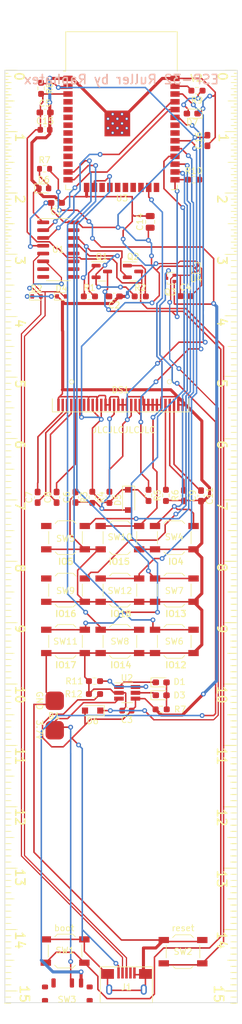
<source format=kicad_pcb>
(kicad_pcb (version 20211014) (generator pcbnew)
  (layers (0 "F.Cu" signal) (31 "B.Cu" signal) (34 "B.Paste" user) (35 "F.Paste" user) (36 "B.SilkS" user "B.Silkscreen") (37 "F.SilkS" user "F.Silkscreen") (38 "B.Mask" user) (39 "F.Mask" user) (44 "Edge.Cuts" user))
  (net 0 "")
  (net 1 "GND")
  (net 2 "Net-(Q2-Pad2)")
  (net 3 "/EN")
  (net 4 "+5V")
  (net 5 "/IO0")
  (net 6 "Net-(C6-Pad1)")
  (net 7 "Net-(C7-Pad1)")
  (net 8 "Net-(C7-Pad2)")
  (net 9 "Net-(C8-Pad1)")
  (net 10 "Net-(C8-Pad2)")
  (net 11 "Net-(C9-Pad1)")
  (net 12 "+3.3V")
  (net 13 "Net-(D6-Pad2)")
  (net 15 "/SDA")
  (net 16 "/SCL")
  (net 17 "Net-(DS1-Pad26)")
  (net 25 "Net-(TH1-Pad1)")
  (net 32 "/RXD0")
  (net 33 "/TXD0")
  (net 35 "Net-(D1-Pad2)")
  (net 36 "/USB_DN")
  (net 37 "/USB_DP")
  (net 39 "Net-(Q1-Pad1)")
  (net 40 "Net-(Q1-Pad2)")
  (net 41 "Net-(Q2-Pad1)")
  (net 53 "IO4")
  (net 54 "IO5")
  (net 55 "IO12")
  (net 56 "IO13")
  (net 57 "IO14")
  (net 58 "IO15")
  (net 59 "IO16")
  (net 60 "IO17")
  (net 61 "IO18")
  (net 62 "Net-(D7-Pad2)")
  (net 63 "Net-(R9-Pad1)")
  (net 64 "Net-(C11-Pad1)")
  (net 65 "Net-(B1-Pad2)")
  (net 66 "CHRG")
  (net 67 "STDBY")
  (net 68 "+BATT")
  (net 69 "Net-(Q3-Pad2)")
  (net 70 "Net-(R11-Pad1)")
  (footprint "Resistor_SMD:R_0603_1608Metric_Pad0.98x0.95mm_HandSolder" (layer "F.Cu") (at 114.6768 71.844)
    (fp_text reference "R2")
    (fp_text value "10K")
  )
  (footprint "custom footprint:MICRO USB" (layer "F.Cu") (at 112.425 184.375)
    (fp_text reference "J1")
    (fp_text value "MICRO_USB")
  )
  (footprint "Resistor_SMD:R_0603_1608Metric_Pad0.98x0.95mm_HandSolder" (layer "F.Cu") (at 123.4042 52.8234)
    (fp_text reference "R10")
    (fp_text value "10K")
  )
  (footprint "Capacitor_SMD:C_0603_1608Metric" (layer "F.Cu") (at 99.1058 44.7)
    (fp_text reference "C15")
    (fp_text value "100nF/50V")
  )
  (footprint "Resistor_SMD:R_0603_1608Metric_Pad0.98x0.95mm_HandSolder" (layer "F.Cu") (at 107.195 134.525 180)
    (fp_text reference "R11")
    (fp_text value "4K7")
  )
  (footprint "Package_SO:SOIC-16_3.9x9.9mm_P1.27mm" (layer "F.Cu") (at 101.2808 64.224)
    (fp_text reference "U1")
    (fp_text value "CH340C")
  )
  (footprint "Resistor_SMD:R_0603_1608Metric_Pad0.98x0.95mm_HandSolder" (layer "F.Cu") (at 116.032 104.2604 -90)
    (fp_text reference "R5")
    (fp_text value "10K")
  )
  (footprint "Resistor_SMD:R_0603_1608Metric_Pad0.98x0.95mm_HandSolder" (layer "F.Cu") (at 106.3608 71.844)
    (fp_text reference "R1")
    (fp_text value "10K")
  )
  (footprint "LED_SMD:LED_0603_1608Metric_Pad1.05x0.95mm_HandSolder" (layer "F.Cu") (at 118.095 136.825)
    (fp_text reference "D3")
    (fp_text value "GLED")
  )
  (footprint "Display:OLED-128O064D" (layer "F.Cu") (at 111.4508 89.51)
    (fp_text reference "DS1")
    (fp_text value "OLED-128O064D")
  )
  (footprint "Capacitor_SMD:C_0805_2012Metric" (layer "F.Cu") (at 116.3 59.7 90)
    (fp_text reference "C14")
    (fp_text value "22uF/10V")
  )
  (footprint "Diode_SMD:D_SOD-523" (layer "F.Cu") (at 101.7888 71.844)
    (fp_text reference "D4")
    (fp_text value "LESD5D5.0CT1G")
  )
  (footprint "custom footprint:battery 3.7v" (layer "F.Cu") (at 99.495 140.125 90)
    (fp_text reference "B1")
    (fp_text value "battery_3.7v")
  )
  (footprint "Button_Switch_SMD:SW_SPST_TL3342" (layer "F.Cu") (at 120.24 111.15 180)
    (fp_text reference "SW4")
    (fp_text value "SW_Push")
  )
  (footprint "Button_Switch_SMD:SW_SPST_TL3342" (layer "F.Cu") (at 121.6714 178.602)
    (fp_text reference "SW2")
    (fp_text value "SW_Push_reset")
  )
  (footprint "Button_Switch_SMD:SW_SPST_TL3342" (layer "F.Cu") (at 102.46 128.05 180)
    (fp_text reference "SW11")
    (fp_text value "SW_Push")
  )
  (footprint "Diode_SMD:D_SOD-123" (layer "F.Cu") (at 112.7808 104.9994 -90)
    (fp_text reference "D5")
    (fp_text value "1N4148W")
  )
  (footprint "Resistor_SMD:R_0603_1608Metric_Pad0.98x0.95mm_HandSolder" (layer "F.Cu") (at 109.6312 104.5764 90)
    (fp_text reference "R4")
    (fp_text value "10K")
  )
  (footprint "Button_Switch_SMD:SW_SPST_TL3342" (layer "F.Cu") (at 120.24 128.05 180)
    (fp_text reference "SW6")
    (fp_text value "SW_Push")
  )
  (footprint "Package_DFN_QFN:OnSemi_XDFN4-1EP_1.0x1.0mm_EP0.52x0.52mm" (layer "F.Cu") (at 123.775 67.215)
    (fp_text reference "U4")
    (fp_text value "NCP167BMX330TBG")
  )
  (footprint "Resistor_SMD:R_0603_1608Metric_Pad0.98x0.95mm_HandSolder" (layer "F.Cu") (at 123.9508 38.32)
    (fp_text reference "R9")
    (fp_text value "1k")
  )
  (footprint "Diode_SMD:D_SOD-323_HandSoldering" (layer "F.Cu") (at 106.895 139.325 180)
    (fp_text reference "D6")
    (fp_text value "BAT760-7")
  )
  (footprint "Resistor_SMD:R_0603_1608Metric_Pad0.98x0.95mm_HandSolder" (layer "F.Cu") (at 98.4614 37.939 -90)
    (fp_text reference "R8")
    (fp_text value "10K")
  )
  (footprint "Capacitor_SMD:C_0603_1608Metric_Pad1.08x0.95mm_HandSolder" (layer "F.Cu") (at 99.1218 41.872 180)
    (fp_text reference "C5")
    (fp_text value "100nF/50V")
  )
  (footprint "RF_Module:ESP32-WROOM-32" (layer "F.Cu") (at 111.6128 44.577)
    (fp_text reference "U3")
    (fp_text value "ESP32-WROOM-32")
  )
  (footprint "Button_Switch_SMD:SW_SPST_TL3342" (layer "F.Cu") (at 111.35 119.7 180)
    (fp_text reference "SW12")
    (fp_text value "SW_Push")
  )
  (footprint "Button_Switch_SMD:SW_SPST_TL3342" (layer "F.Cu") (at 102.46 119.7 180)
    (fp_text reference "SW9")
    (fp_text value "SW_Push")
  )
  (footprint "Resistor_SMD:R_0603_1608Metric_Pad0.98x0.95mm_HandSolder" (layer "F.Cu") (at 118.095 139.125 180)
    (fp_text reference "R7")
    (fp_text value "1K")
  )
  (footprint "Package_TO_SOT_SMD:SOT-23" (layer "F.Cu") (at 113.5 67.78)
    (fp_text reference "Q2")
    (fp_text value "NPN_S9013")
  )
  (footprint "Resistor_SMD:R_0603_1608Metric_Pad0.98x0.95mm_HandSolder" (layer "F.Cu") (at 118.8768 104.2604 90)
    (fp_text reference "R6")
    (fp_text value "390K")
  )
  (footprint "Package_TO_SOT_SMD:SOT-416" (layer "F.Cu") (at 119.6 68.9 180)
    (fp_text reference "Q3")
    (fp_text value "NTA4151PT1G")
  )
  (footprint "Capacitor_SMD:C_0603_1608Metric_Pad1.08x0.95mm_HandSolder" (layer "F.Cu") (at 97.8964 104.5782 -90)
    (fp_text reference "C7")
    (fp_text value "1uF")
  )
  (footprint "Button_Switch_SMD:SW_SPST_TL3342" (layer "F.Cu") (at 111.35 128.05 180)
    (fp_text reference "SW8")
    (fp_text value "SW_Push")
  )
  (footprint "Capacitor_SMD:C_0603_1608Metric_Pad1.08x0.95mm_HandSolder" (layer "F.Cu") (at 125.6648 46.444 90)
    (fp_text reference "C16")
    (fp_text value "100nF/50V")
  )
  (footprint "Resistor_SMD:R_0603_1608Metric" (layer "F.Cu") (at 99.0308 51.05)
    (fp_text reference "R7")
    (fp_text value "1k")
  )
  (footprint "LED_SMD:LED_0603_1608Metric_Pad1.05x0.95mm_HandSolder" (layer "F.Cu") (at 118.095 134.725)
    (fp_text reference "D1")
    (fp_text value "RLED")
  )
  (footprint "Capacitor_SMD:C_0603_1608Metric_Pad1.08x0.95mm_HandSolder" (layer "F.Cu") (at 124.6172 104.3384 -90)
    (fp_text reference "C11")
    (fp_text value "2.2uF")
  )
  (footprint "Package_TO_SOT_SMD:SOT-23-6_Handsoldering" (layer "F.Cu") (at 112.545 136.425)
    (fp_text reference "U2")
    (fp_text value "TP4057")
  )
  (footprint "Button_Switch_SMD:SW_SPST_TL3342" (layer "F.Cu") (at 102.46 111.15 180)
    (fp_text reference "SW5")
    (fp_text value "SW_Push")
  )
  (footprint "Capacitor_SMD:C_0603_1608Metric_Pad1.08x0.95mm_HandSolder" (layer "F.Cu") (at 121.8232 104.3084 -90)
    (fp_text reference "C9")
    (fp_text value "1uF")
  )
  (footprint "Resistor_SMD:R_0603_1608Metric_Pad0.98x0.95mm_HandSolder" (layer "F.Cu") (at 106.8372 104.5784 -90)
    (fp_text reference "R3")
    (fp_text value "4K7")
  )
  (footprint "LED_SMD:LED_0603_1608Metric" (layer "F.Cu") (at 98.9038 54.25)
    (fp_text reference "D6")
    (fp_text value "LED")
  )
  (footprint "Capacitor_SMD:C_0603_1608Metric_Pad1.08x0.95mm_HandSolder" (layer "F.Cu") (at 104.094 104.5652 90)
    (fp_text reference "C6")
    (fp_text value "10uF")
  )
  (footprint "Capacitor_SMD:C_0603_1608Metric_Pad1.08x0.95mm_HandSolder" (layer "F.Cu") (at 100.9952 104.5782 90)
    (fp_text reference "C8")
    (fp_text value "1uF")
  )
  (footprint "LED_SMD:LED_0603_1608Metric_Pad1.05x0.95mm_HandSolder" (layer "F.Cu") (at 123.1755 42.0538 180)
    (fp_text reference "D7")
    (fp_text value "LED")
  )
  (footprint "Capacitor_SMD:C_0603_1608Metric_Pad1.08x0.95mm_HandSolder" (layer "F.Cu") (at 122.1 71.8)
    (fp_text reference "C4")
    (fp_text value "1uF")
  )
  (footprint "Capacitor_SMD:C_0603_1608Metric_Pad1.08x0.95mm_HandSolder" (layer "F.Cu") (at 110.4248 71.844 180)
    (fp_text reference "C2")
    (fp_text value "100nF/50V")
  )
  (footprint "Package_TO_SOT_SMD:SOT-23" (layer "F.Cu") (at 108.3928 67.78)
    (fp_text reference "Q1")
    (fp_text value "NPN_S9013")
  )
  (footprint "custom footprint:SW7_6.7X4.1MM_SM SSSS811101" (layer "F.Cu") (at 102.75 185.45)
    (fp_text reference "SW3")
    (fp_text value "ALPS SSSS811101")
  )
  (footprint "Resistor_SMD:R_0603_1608Metric_Pad0.98x0.95mm_HandSolder" (layer "F.Cu") (at 107.195 136.625 180)
    (fp_text reference "R12")
    (fp_text value "4K7")
  )
  (footprint "Button_Switch_SMD:SW_SPST_TL3342" (layer "F.Cu") (at 120.24 119.7 180)
    (fp_text reference "SW7")
    (fp_text value "SW_Push")
  )
  (footprint "Capacitor_SMD:C_0603_1608Metric_Pad1.08x0.95mm_HandSolder" (layer "F.Cu") (at 100.9608 56.604 180)
    (fp_text reference "C1")
    (fp_text value "100nF")
  )
  (footprint "Button_Switch_SMD:SW_SPST_TL3342" (layer "F.Cu") (at 111.35 111.15 180)
    (fp_text reference "SW10")
    (fp_text value "SW_Push")
  )
  (footprint "Capacitor_SMD:C_0603_1608Metric" (layer "F.Cu") (at 112.495 139.325 180)
    (fp_text reference "C3")
    (fp_text value "2.2uF")
  )
  (footprint "Button_Switch_SMD:SW_SPST_TL3342" (layer "F.Cu") (at 102.3842 178.5)
    (fp_text reference "SW1")
    (fp_text value "SW_Push_boot")
  )
  (footprint "Diode_SMD:D_SOD-523" (layer "F.Cu") (at 97.7248 71.844)
    (fp_text reference "D2")
    (fp_text value "LESD5D5.0CT1G")
  )
  (gr_line (start 92.5408 87) (end 93.5408 87) (layer "F.SilkS") (width 0.12))
  (gr_line (start 130.5 165) (end 128.5 165) (layer "F.SilkS") (width 0.15))
  (gr_line (start 130.0408 45.5) (end 130.5408 45.5) (layer "F.SilkS") (width 0.15))
  (gr_line (start 130.5 134) (end 129.5 134) (layer "F.SilkS") (width 0.15))
  (gr_line (start 92.5408 59.5) (end 93.0408 59.5) (layer "F.SilkS") (width 0.15))
  (gr_line (start 92.5408 153) (end 93.5408 153) (layer "F.SilkS") (width 0.12))
  (gr_line (start 130.5 183) (end 129.5 183) (layer "F.SilkS") (width 0.15))
  (gr_line (start 92.5408 120) (end 94.0408 120) (layer "F.SilkS") (width 0.12))
  (gr_line (start 130.5408 117) (end 129.5408 117) (layer "F.SilkS") (width 0.12))
  (gr_line (start 92.5408 142) (end 93.5408 142) (layer "F.SilkS") (width 0.12))
  (gr_line (start 92.5408 128) (end 93.5408 128) (layer "F.SilkS") (width 0.12))
  (gr_line (start 130.5408 108) (end 129.5408 108) (layer "F.SilkS") (width 0.15))
  (gr_line (start 92.5408 106) (end 93.5408 106) (layer "F.SilkS") (width 0.12))
  (gr_line (start 130.5 136) (end 129.5 136) (layer "F.SilkS") (width 0.12))
  (gr_line (start 92.5408 107) (end 93.5408 107) (layer "F.SilkS") (width 0.12))
  (gr_line (start 92.5408 160) (end 94.0408 160) (layer "F.SilkS") (width 0.12))
  (gr_line (start 130.5408 39) (end 129.5408 39) (layer "F.SilkS") (width 0.12))
  (gr_line (start 92.5408 95) (end 94.5408 95) (layer "F.SilkS") (width 0.12))
  (gr_line (start 130.5408 97) (end 129.5408 97) (layer "F.SilkS") (width 0.12))
  (gr_line (start 92.5408 85) (end 94.5408 85) (layer "F.SilkS") (width 0.12))
  (gr_line (start 92.5408 70) (end 94.0408 70) (layer "F.SilkS") (width 0.12))
  (gr_line (start 130.5 162) (end 129.5 162) (layer "F.SilkS") (width 0.15))
  (gr_line (start 92.5408 38) (end 93.5408 38) (layer "F.SilkS") (width 0.15))
  (gr_line (start 92.5408 56) (end 93.5408 56) (layer "F.SilkS") (width 0.15))
  (gr_line (start 130.5408 54) (end 129.5408 54) (layer "F.SilkS") (width 0.12))
  (gr_line (start 130.5408 60) (end 129.0408 60) (layer "F.SilkS") (width 0.12))
  (gr_line (start 130.5408 55) (end 128.5408 55) (layer "F.SilkS") (width 0.12))
  (gr_line (start 130.0408 61.5) (end 130.5408 61.5) (layer "F.SilkS") (width 0.15))
  (gr_line (start 130.5 168) (end 129.5 168) (layer "F.SilkS") (width 0.15))
  (gr_line (start 92.5408 152) (end 93.5408 152) (layer "F.SilkS") (width 0.12))
  (gr_line (start 130.5408 103) (end 129.5408 103) (layer "F.SilkS") (width 0.15))
  (gr_line (start 130.0408 41.5) (end 130.5408 41.5) (layer "F.SilkS") (width 0.15))
  (gr_line (start 130.5 151) (end 129.5 151) (layer "F.SilkS") (width 0.15))
  (gr_line (start 130.5408 113) (end 129.5408 113) (layer "F.SilkS") (width 0.15))
  (gr_line (start 92.5408 145) (end 94.5408 145) (layer "F.SilkS") (width 0.12))
  (gr_line (start 92.5408 162) (end 93.5408 162) (layer "F.SilkS") (width 0.12))
  (gr_line (start 92.5408 59) (end 93.5408 59) (layer "F.SilkS") (width 0.15))
  (gr_line (start 130.5408 116) (end 129.5408 116) (layer "F.SilkS") (width 0.12))
  (gr_line (start 130.5 137) (end 129.5 137) (layer "F.SilkS") (width 0.12))
  (gr_line (start 92.5408 81) (end 93.5408 81) (layer "F.SilkS") (width 0.12))
  (gr_line (start 92.5408 133) (end 93.5408 133) (layer "F.SilkS") (width 0.12))
  (gr_line (start 130.5 138) (end 129.5 138) (layer "F.SilkS") (width 0.15))
  (gr_line (start 92.5408 163) (end 93.5408 163) (layer "F.SilkS") (width 0.12))
  (gr_line (start 92.5408 84) (end 93.5408 84) (layer "F.SilkS") (width 0.12))
  (gr_line (start 92.5408 45) (end 94.5408 45) (layer "F.SilkS") (width 0.15))
  (gr_line (start 92.5408 185) (end 94.5408 185) (layer "F.SilkS") (width 0.12))
  (gr_line (start 130.5408 114) (end 129.5408 114) (layer "F.SilkS") (width 0.15))
  (gr_line (start 92.5408 51.5) (end 93.0408 51.5) (layer "F.SilkS") (width 0.15))
  (gr_line (start 130.0408 62.5) (end 130.5408 62.5) (layer "F.SilkS") (width 0.15))
  (gr_line (start 92.5408 145) (end 94.5408 145) (layer "F.SilkS") (width 0.12))
  (gr_line (start 130.5408 87) (end 129.5408 87) (layer "F.SilkS") (width 0.12))
  (gr_line (start 92.5408 64.5) (end 93.0408 64.5) (layer "F.SilkS") (width 0.12))
  (gr_line (start 130.5408 72) (end 129.5408 72) (layer "F.SilkS") (width 0.12))
  (gr_line (start 92.5408 125) (end 94.5408 125) (layer "F.SilkS") (width 0.12))
  (gr_line (start 92.5408 97) (end 93.5408 97) (layer "F.SilkS") (width 0.12))
  (gr_line (start 92.5408 62.5) (end 93.0408 62.5) (layer "F.SilkS") (width 0.12))
  (gr_line (start 130.5408 104) (end 129.5408 104) (layer "F.SilkS") (width 0.15))
  (gr_line (start 92.5408 135) (end 94.5408 135) (layer "F.SilkS") (width 0.12))
  (gr_line (start 130.5408 35) (end 128.5408 35) (layer "F.SilkS") (width 0.12))
  (gr_line (start 92.5408 83) (end 93.5408 83) (layer "F.SilkS") (width 0.12))
  (gr_line (start 92.5408 125) (end 94.5408 125) (layer "F.SilkS") (width 0.12))
  (gr_line (start 130.5408 47.5) (end 130.0408 47.5) (layer "F.SilkS") (width 0.15))
  (gr_line (start 130.5 159) (end 129.5 159) (layer "F.SilkS") (width 0.15))
  (gr_line (start 92.5408 111) (end 93.5408 111) (layer "F.SilkS") (width 0.12))
  (gr_line (start 93.0408 58.5) (end 92.5408 58.5) (layer "F.SilkS") (width 0.15))
  (gr_line (start 92.5408 39) (end 93.5408 39) (layer "F.SilkS") (width 0.15))
  (gr_line (start 92.5408 171) (end 93.5408 171) (layer "F.SilkS") (width 0.12))
  (gr_line (start 130.5 142) (end 129.5 142) (layer "F.SilkS") (width 0.15))
  (gr_line (start 130.5408 37) (end 129.5408 37) (layer "F.SilkS") (width 0.12))
  (gr_line (start 92.5408 54.5) (end 93.0408 54.5) (layer "F.SilkS") (width 0.12))
  (gr_line (start 130.5408 75) (end 128.5408 75) (layer "F.SilkS") (width 0.12))
  (gr_line (start 92.5408 146) (end 93.5408 146) (layer "F.SilkS") (width 0.12))
  (gr_line (start 92.5408 44.5) (end 93.0408 44.5) (layer "F.SilkS") (width 0.12))
  (gr_line (start 92.5408 100) (end 94.0408 100) (layer "F.SilkS") (width 0.12))
  (gr_line (start 93.0408 48.5) (end 92.5408 48.5) (layer "F.SilkS") (width 0.15))
  (gr_line (start 130.5 133) (end 129.5 133) (layer "F.SilkS") (width 0.15))
  (gr_line (start 130.5408 47) (end 129.5408 47) (layer "F.SilkS") (width 0.12))
  (gr_line (start 130.5 172) (end 129.5 172) (layer "F.SilkS") (width 0.15))
  (gr_line (start 130.5408 62) (end 129.5408 62) (layer "F.SilkS") (width 0.12))
  (gr_line (start 92.5408 103) (end 93.5408 103) (layer "F.SilkS") (width 0.12))
  (gr_line (start 92.5408 166) (end 93.5408 166) (layer "F.SilkS") (width 0.12))
  (gr_line (start 130.5408 94) (end 129.5408 94) (layer "F.SilkS") (width 0.12))
  (gr_line (start 130.5408 118) (end 129.5408 118) (layer "F.SilkS") (width 0.15))
  (gr_line (start 130.5408 120) (end 129.0408 120) (layer "F.SilkS") (width 0.15))
  (gr_line (start 92.5408 181) (end 93.5408 181) (layer "F.SilkS") (width 0.12))
  (gr_line (start 130.5408 45) (end 128.5408 45) (layer "F.SilkS") (width 0.12))
  (gr_line (start 92.5408 148) (end 93.5408 148) (layer "F.SilkS") (width 0.12))
  (gr_line (start 92.5408 156) (end 93.5408 156) (layer "F.SilkS") (width 0.12))
  (gr_line (start 92.5408 135) (end 94.5408 135) (layer "F.SilkS") (width 0.12))
  (gr_line (start 130.5 152) (end 129.5 152) (layer "F.SilkS") (width 0.15))
  (gr_line (start 130.5408 84) (end 129.5408 84) (layer "F.SilkS") (width 0.12))
  (gr_line (start 92.5408 44) (end 93.5408 44) (layer "F.SilkS") (width 0.12))
  (gr_line (start 93.5408 69) (end 92.5408 69) (layer "F.SilkS") (width 0.12))
  (gr_line (start 129.5408 81) (end 130.5408 81) (layer "F.SilkS") (width 0.12))
  (gr_line (start 92.5408 145) (end 94.5408 145) (layer "F.SilkS") (width 0.12))
  (gr_line (start 130.5 145) (end 128.5 145) (layer "F.SilkS") (width 0.15))
  (gr_line (start 92.5408 174) (end 93.5408 174) (layer "F.SilkS") (width 0.12))
  (gr_line (start 92.5408 46) (end 93.5408 46) (layer "F.SilkS") (width 0.15))
  (gr_line (start 92.5408 50.5) (end 93.0408 50.5) (layer "F.SilkS") (width 0.15))
  (gr_line (start 130.5408 122) (end 129.5408 122) (layer "F.SilkS") (width 0.15))
  (gr_line (start 130.5408 55) (end 128.5408 55) (layer "F.SilkS") (width 0.12))
  (gr_line (start 130.0408 58.5) (end 130.5408 58.5) (layer "F.SilkS") (width 0.15))
  (gr_line (start 130.5408 74) (end 129.5408 74) (layer "F.SilkS") (width 0.12))
  (gr_line (start 130.5 126) (end 129.5 126) (layer "F.SilkS") (width 0.12))
  (gr_line (start 92.5408 51) (end 93.5408 51) (layer "F.SilkS") (width 0.15))
  (gr_line (start 130.5408 106) (end 129.5408 106) (layer "F.SilkS") (width 0.12))
  (gr_line (start 92.5408 86) (end 93.5408 86) (layer "F.SilkS") (width 0.12))
  (gr_line (start 130.5408 75) (end 128.5408 75) (layer "F.SilkS") (width 0.12))
  (gr_line (start 92.5408 48) (end 93.5408 48) (layer "F.SilkS") (width 0.15))
  (gr_line (start 130.0408 42.5) (end 130.5408 42.5) (layer "F.SilkS") (width 0.15))
  (gr_line (start 130.5408 40) (end 129.0408 40) (layer "F.SilkS") (width 0.12))
  (gr_line (start 130.5408 36) (end 129.5408 36) (layer "F.SilkS") (width 0.12))
  (gr_line (start 130.0408 56.5) (end 130.5408 56.5) (layer "F.SilkS") (width 0.15))
  (gr_line (start 92.5408 40.5) (end 93.0408 40.5) (layer "F.SilkS") (width 0.15))
  (gr_line (start 130.5408 115) (end 128.5408 115) (layer "F.SilkS") (width 0.15))
  (gr_line (start 92.5408 158) (end 93.5408 158) (layer "F.SilkS") (width 0.12))
  (gr_line (start 130.5408 43) (end 129.5408 43) (layer "F.SilkS") (width 0.12))
  (gr_line (start 92.5408 135) (end 94.5408 135) (layer "F.SilkS") (width 0.12))
  (gr_line (start 130.0408 55.5) (end 130.5408 55.5) (layer "F.SilkS") (width 0.15))
  (gr_line (start 92.5408 42) (end 93.5408 42) (layer "F.SilkS") (width 0.15))
  (gr_line (start 92.5408 150) (end 94.0408 150) (layer "F.SilkS") (width 0.12))
  (gr_line (start 130.5408 50) (end 129.0408 50) (layer "F.SilkS") (width 0.12))
  (gr_line (start 130.5408 88) (end 129.5408 88) (layer "F.SilkS") (width 0.12))
  (gr_line (start 92.5408 80) (end 94.0408 80) (layer "F.SilkS") (width 0.12))
  (gr_line (start 130.0408 44.5) (end 130.5408 44.5) (layer "F.SilkS") (width 0.15))
  (gr_line (start 92.5408 117) (end 93.5408 117) (layer "F.SilkS") (width 0.12))
  (gr_line (start 93.5408 89) (end 92.5408 89) (layer "F.SilkS") (width 0.12))
  (gr_line (start 92.5408 118) (end 93.5408 118) (layer "F.SilkS") (width 0.12))
  (gr_line (start 92.5408 60) (end 94.0408 60) (layer "F.SilkS") (width 0.15))
  (gr_line (start 130.5408 67) (end 129.5408 67) (layer "F.SilkS") (width 0.12))
  (gr_line (start 92.5408 130) (end 94.0408 130) (layer "F.SilkS") (width 0.12))
  (gr_line (start 92.5408 101) (end 93.5408 101) (layer "F.SilkS") (width 0.12))
  (gr_line (start 93.5408 79) (end 92.5408 79) (layer "F.SilkS") (width 0.12))
  (gr_line (start 92.5408 157) (end 93.5408 157) (layer "F.SilkS") (width 0.12))
  (gr_line (start 92.5408 155) (end 94.5408 155) (layer "F.SilkS") (width 0.12))
  (gr_line (start 92.5 187) (end 93.5 187) (layer "F.SilkS") (width 0.12))
  (gr_line (start 130.5408 86) (end 129.5408 86) (layer "F.SilkS") (width 0.12))
  (gr_line (start 130.5 148) (end 129.5 148) (layer "F.SilkS") (width 0.15))
  (gr_line (start 92.5408 91) (end 93.5408 91) (layer "F.SilkS") (width 0.12))
  (gr_line (start 130.0408 51.5) (end 130.5408 51.5) (layer "F.SilkS") (width 0.15))
  (gr_line (start 130.5 149) (end 129.5 149) (layer "F.SilkS") (width 0.15))
  (gr_line (start 92.5408 61) (end 93.5408 61) (layer "F.SilkS") (width 0.15))
  (gr_line (start 130.5408 105) (end 128.5408 105) (layer "F.SilkS") (width 0.12))
  (gr_line (start 130.5408 66) (end 129.5408 66) (layer "F.SilkS") (width 0.12))
  (gr_line (start 92.5408 68) (end 93.5408 68) (layer "F.SilkS") (width 0.12))
  (gr_line (start 130.0408 60.5) (end 130.5408 60.5) (layer "F.SilkS") (width 0.15))
  (gr_line (start 92.5408 76) (end 93.5408 76) (layer "F.SilkS") (width 0.12))
  (gr_line (start 130.5408 112) (end 129.5408 112) (layer "F.SilkS") (width 0.15))
  (gr_line (start 130.5408 78) (end 129.5408 78) (layer "F.SilkS") (width 0.12))
  (gr_line (start 92.5408 73) (end 93.5408 73) (layer "F.SilkS") (width 0.12))
  (gr_line (start 130.5408 38) (end 129.5408 38) (layer "F.SilkS") (width 0.12))
  (gr_line (start 130.0408 64.5) (end 130.5408 64.5) (layer "F.SilkS") (width 0.15))
  (gr_line (start 130.5408 45) (end 128.5408 45) (layer "F.SilkS") (width 0.12))
  (gr_line (start 92.5408 78) (end 93.5408 78) (layer "F.SilkS") (width 0.12))
  (gr_line (start 92.5408 92) (end 93.5408 92) (layer "F.SilkS") (width 0.12))
  (gr_line (start 129.5408 51) (end 130.5408 51) (layer "F.SilkS") (width 0.12))
  (gr_line (start 130.5 141) (end 129.5 141) (layer "F.SilkS") (width 0.15))
  (gr_line (start 130.5 170) (end 129 170) (layer "F.SilkS") (width 0.15))
  (gr_line (start 130.5 144) (end 129.5 144) (layer "F.SilkS") (width 0.15))
  (gr_line (start 92.5408 39.5) (end 93.0408 39.5) (layer "F.SilkS") (width 0.15))
  (gr_line (start 92.5408 52) (end 93.5408 52) (layer "F.SilkS") (width 0.15))
  (gr_line (start 130.5 129) (end 129.5 129) (layer "F.SilkS") (width 0.15))
  (gr_line (start 130.0408 48.5) (end 130.5408 48.5) (layer "F.SilkS") (width 0.15))
  (gr_line (start 130.0408 52.5) (end 130.5408 52.5) (layer "F.SilkS") (width 0.15))
  (gr_line (start 130.5408 125) (end 128.5408 125) (layer "F.SilkS") (width 0.15))
  (gr_line (start 92.5408 105) (end 94.5408 105) (layer "F.SilkS") (width 0.12))
  (gr_line (start 130.5 139) (end 129.5 139) (layer "F.SilkS") (width 0.15))
  (gr_line (start 130.5 153) (end 129.5 153) (layer "F.SilkS") (width 0.15))
  (gr_line (start 130.5408 110) (end 129.0408 110) (layer "F.SilkS") (width 0.15))
  (gr_line (start 92.5408 98) (end 93.5408 98) (layer "F.SilkS") (width 0.12))
  (gr_line (start 93.5408 149) (end 92.5408 149) (layer "F.SilkS") (width 0.12))
  (gr_line (start 92.5408 170) (end 94.0408 170) (layer "F.SilkS") (width 0.12))
  (gr_line (start 130.5408 57) (end 129.5408 57) (layer "F.SilkS") (width 0.12))
  (gr_line (start 92.5408 136) (end 93.5408 136) (layer "F.SilkS") (width 0.12))
  (gr_line (start 130.0408 38.5) (end 130.5408 38.5) (layer "F.SilkS") (width 0.15))
  (gr_line (start 92.5408 63) (end 93.5408 63) (layer "F.SilkS") (width 0.12))
  (gr_line (start 92.5408 95) (end 94.5408 95) (layer "F.SilkS") (width 0.12))
  (gr_line (start 92.5408 167) (end 93.5408 167) (layer "F.SilkS") (width 0.12))
  (gr_line (start 130.5408 56) (end 129.5408 56) (layer "F.SilkS") (width 0.12))
  (gr_line (start 92.5408 165) (end 94.5408 165) (layer "F.SilkS") (width 0.12))
  (gr_line (start 130.5 167) (end 129.5 167) (layer "F.SilkS") (width 0.12))
  (gr_line (start 93.5408 109) (end 92.5408 109) (layer "F.SilkS") (width 0.12))
  (gr_line (start 130.0408 50.5) (end 130.5408 50.5) (layer "F.SilkS") (width 0.15))
  (gr_line (start 130.5408 70) (end 129.0408 70) (layer "F.SilkS") (width 0.12))
  (gr_line (start 92.5408 138) (end 93.5408 138) (layer "F.SilkS") (width 0.12))
  (gr_line (start 129.5408 91) (end 130.5408 91) (layer "F.SilkS") (width 0.12))
  (gr_line (start 130.5408 44) (end 129.5408 44) (layer "F.SilkS") (width 0.12))
  (gr_line (start 92.5408 185) (end 94.5408 185) (layer "F.SilkS") (width 0.12))
  (gr_line (start 92.5408 64) (end 93.5408 64) (layer "F.SilkS") (width 0.12))
  (gr_line (start 92.5408 176) (end 93.5408 176) (layer "F.SilkS") (width 0.12))
  (gr_line (start 92.5408 113) (end 93.5408 113) (layer "F.SilkS") (width 0.12))
  (gr_line (start 92.5408 175) (end 94.5408 175) (layer "F.SilkS") (width 0.12))
  (gr_line (start 130.5408 48) (end 129.5408 48) (layer "F.SilkS") (width 0.12))
  (gr_line (start 130.5408 69) (end 129.5408 69) (layer "F.SilkS") (width 0.12))
  (gr_line (start 130.5 127) (end 129.5 127) (layer "F.SilkS") (width 0.12))
  (gr_line (start 130.5 140) (end 129 140) (layer "F.SilkS") (width 0.15))
  (gr_line (start 92.5408 132) (end 93.5408 132) (layer "F.SilkS") (width 0.12))
  (gr_line (start 130.5 178) (end 129.5 178) (layer "F.SilkS") (width 0.15))
  (gr_line (start 130.5 163) (end 129.5 163) (layer "F.SilkS") (width 0.15))
  (gr_line (start 92.5408 42.5) (end 93.0408 42.5) (layer "F.SilkS") (width 0.12))
  (gr_line (start 130.0408 46.5) (end 130.5408 46.5) (layer "F.SilkS") (width 0.15))
  (gr_line (start 92.5408 125) (end 94.5408 125) (layer "F.SilkS") (width 0.12))
  (gr_line (start 92.5408 56.5) (end 93.0408 56.5) (layer "F.SilkS") (width 0.15))
  (gr_line (start 92.5408 104) (end 93.5408 104) (layer "F.SilkS") (width 0.12))
  (gr_line (start 92.5408 126) (end 93.5408 126) (layer "F.SilkS") (width 0.12))
  (gr_line (start 130.5 132) (end 129.5 132) (layer "F.SilkS") (width 0.15))
  (gr_line (start 92.5408 175) (end 94.5408 175) (layer "F.SilkS") (width 0.12))
  (gr_line (start 92.5408 131) (end 93.5408 131) (layer "F.SilkS") (width 0.12))
  (gr_line (start 92.5408 125) (end 94.5408 125) (layer "F.SilkS") (width 0.12))
  (gr_line (start 130.0408 43.5) (end 130.5408 43.5) (layer "F.SilkS") (width 0.15))
  (gr_line (start 92.5408 115) (end 94.5408 115) (layer "F.SilkS") (width 0.12))
  (gr_line (start 130.5408 64) (end 129.5408 64) (layer "F.SilkS") (width 0.12))
  (gr_line (start 130.5408 105) (end 128.5408 105) (layer "F.SilkS") (width 0.15))
  (gr_line (start 92.5408 36.5) (end 93.0408 36.5) (layer "F.SilkS") (width 0.15))
  (gr_line (start 130.5 173) (end 129.5 173) (layer "F.SilkS") (width 0.15))
  (gr_line (start 130.5408 121) (end 129.5408 121) (layer "F.SilkS") (width 0.15))
  (gr_line (start 92.5408 116) (end 93.5408 116) (layer "F.SilkS") (width 0.12))
  (gr_line (start 130.5 166) (end 129.5 166) (layer "F.SilkS") (width 0.12))
  (gr_line (start 130.5 176) (end 129.5 176) (layer "F.SilkS") (width 0.12))
  (gr_line (start 92.5408 173) (end 93.5408 173) (layer "F.SilkS") (width 0.12))
  (gr_line (start 130.5408 63) (end 129.5408 63) (layer "F.SilkS") (width 0.12))
  (gr_line (start 92.5408 135) (end 94.5408 135) (layer "F.SilkS") (width 0.12))
  (gr_line (start 130.5 161) (end 129.5 161) (layer "F.SilkS") (width 0.15))
  (gr_line (start 92.5408 183) (end 93.5408 183) (layer "F.SilkS") (width 0.12))
  (gr_line (start 92.5408 55.5) (end 93.0408 55.5) (layer "F.SilkS") (width 0.15))
  (gr_line (start 130.5408 79) (end 129.5408 79) (layer "F.SilkS") (width 0.12))
  (gr_line (start 92.5408 67) (end 93.5408 67) (layer "F.SilkS") (width 0.12))
  (gr_line (start 92.5408 35) (end 94.5408 35) (layer "F.SilkS") (width 0.15))
  (gr_line (start 92.5408 64.968) (end 94.5408 64.968) (layer "F.SilkS") (width 0.12))
  (gr_line (start 130.5 174) (end 129.5 174) (layer "F.SilkS") (width 0.15))
  (gr_line (start 92.5408 114) (end 93.5408 114) (layer "F.SilkS") (width 0.12))
  (gr_line (start 130.5 186) (end 129.5 186) (layer "F.SilkS") (width 0.12))
  (gr_line (start 92.5408 175) (end 94.5408 175) (layer "F.SilkS") (width 0.12))
  (gr_line (start 92.5408 175) (end 94.5408 175) (layer "F.SilkS") (width 0.12))
  (gr_line (start 92.5408 52.5) (end 93.0408 52.5) (layer "F.SilkS") (width 0.12))
  (gr_line (start 130.5 131) (end 129.5 131) (layer "F.SilkS") (width 0.15))
  (gr_line (start 130.5408 99) (end 129.5408 99) (layer "F.SilkS") (width 0.15))
  (gr_line (start 130.5 171) (end 129.5 171) (layer "F.SilkS") (width 0.15))
  (gr_line (start 130.5 187) (end 129.5 187) (layer "F.SilkS") (width 0.15))
  (gr_line (start 130.5 147) (end 129.5 147) (layer "F.SilkS") (width 0.12))
  (gr_line (start 129.5408 71) (end 130.5408 71) (layer "F.SilkS") (width 0.12))
  (gr_line (start 130.5 157) (end 129.5 157) (layer "F.SilkS") (width 0.12))
  (gr_line (start 92.5408 108) (end 93.5408 108) (layer "F.SilkS") (width 0.12))
  (gr_line (start 92.5408 184) (end 93.5408 184) (layer "F.SilkS") (width 0.12))
  (gr_line (start 130.5408 100) (end 129.0408 100) (layer "F.SilkS") (width 0.15))
  (gr_line (start 130.5408 124) (end 129.5408 124) (layer "F.SilkS") (width 0.15))
  (gr_line (start 92.5408 53) (end 93.5408 53) (layer "F.SilkS") (width 0.12))
  (gr_line (start 130.5408 46) (end 129.5408 46) (layer "F.SilkS") (width 0.12))
  (gr_line (start 92.5 186) (end 93.5 186) (layer "F.SilkS") (width 0.12))
  (gr_line (start 130.5 169) (end 129.5 169) (layer "F.SilkS") (width 0.15))
  (gr_line (start 130.5408 76) (end 129.5408 76) (layer "F.SilkS") (width 0.12))
  (gr_line (start 92.5408 74) (end 93.5408 74) (layer "F.SilkS") (width 0.12))
  (gr_line (start 92.5408 53.5) (end 93.0408 53.5) (layer "F.SilkS") (width 0.12))
  (gr_line (start 92.5408 126) (end 93.5408 126) (layer "F.SilkS") (width 0.12))
  (gr_line (start 92.5408 123) (end 93.5408 123) (layer "F.SilkS") (width 0.12))
  (gr_line (start 92.5408 115) (end 94.5408 115) (layer "F.SilkS") (width 0.12))
  (gr_line (start 92.5408 36) (end 93.5408 36) (layer "F.SilkS") (width 0.15))
  (gr_line (start 92.5408 54) (end 93.5408 54) (layer "F.SilkS") (width 0.12))
  (gr_line (start 92.5408 130) (end 94.0408 130) (layer "F.SilkS") (width 0.12))
  (gr_line (start 92.5408 75.128) (end 94.5408 75.128) (layer "F.SilkS") (width 0.12))
  (gr_line (start 92.5408 72) (end 93.5408 72) (layer "F.SilkS") (width 0.12))
  (gr_line (start 130.0408 49.5) (end 130.5408 49.5) (layer "F.SilkS") (width 0.15))
  (gr_line (start 130.5 143) (end 129.5 143) (layer "F.SilkS") (width 0.15))
  (gr_line (start 130.5408 77) (end 129.5408 77) (layer "F.SilkS") (width 0.12))
  (gr_line (start 130.5408 39.5) (end 130.0408 39.5) (layer "F.SilkS") (width 0.15))
  (gr_line (start 130.5408 109) (end 129.5408 109) (layer "F.SilkS") (width 0.15))
  (gr_line (start 130.5 184) (end 129.5 184) (layer "F.SilkS") (width 0.15))
  (gr_line (start 92.5408 88) (end 93.5408 88) (layer "F.SilkS") (width 0.12))
  (gr_line (start 92.5408 41.5) (end 93.0408 41.5) (layer "F.SilkS") (width 0.15))
  (gr_line (start 92.5408 43) (end 93.5408 43) (layer "F.SilkS") (width 0.12))
  (gr_line (start 92.5408 77) (end 93.5408 77) (layer "F.SilkS") (width 0.12))
  (gr_line (start 130.5408 89) (end 129.5408 89) (layer "F.SilkS") (width 0.12))
  (gr_line (start 130.5408 123) (end 129.5408 123) (layer "F.SilkS") (width 0.15))
  (gr_line (start 130.5 175) (end 128.5 175) (layer "F.SilkS") (width 0.15))
  (gr_line (start 92.5408 155) (end 94.5408 155) (layer "F.SilkS") (width 0.12))
  (gr_line (start 92.5408 41) (end 93.5408 41) (layer "F.SilkS") (width 0.15))
  (gr_line (start 92.5408 161) (end 93.5408 161) (layer "F.SilkS") (width 0.12))
  (gr_line (start 92.5408 102) (end 93.5408 102) (layer "F.SilkS") (width 0.12))
  (gr_line (start 92.5408 46.5) (end 93.0408 46.5) (layer "F.SilkS") (width 0.15))
  (gr_line (start 130.5408 80) (end 129.0408 80) (layer "F.SilkS") (width 0.12))
  (gr_line (start 92.5408 82) (end 93.5408 82) (layer "F.SilkS") (width 0.12))
  (gr_line (start 130.5408 65) (end 128.5408 65) (layer "F.SilkS") (width 0.12))
  (gr_line (start 92.5408 132) (end 93.5408 132) (layer "F.SilkS") (width 0.12))
  (gr_line (start 130.5 185) (end 128.5 185) (layer "F.SilkS") (width 0.15))
  (gr_line (start 92.5408 37) (end 93.5408 37) (layer "F.SilkS") (width 0.15))
  (gr_line (start 130.5408 95.032) (end 128.5408 95.032) (layer "F.SilkS") (width 0.12))
  (gr_line (start 92.5408 62) (end 93.5408 62) (layer "F.SilkS") (width 0.15))
  (gr_line (start 130.5408 83) (end 129.5408 83) (layer "F.SilkS") (width 0.12))
  (gr_line (start 92.5408 122) (end 93.5408 122) (layer "F.SilkS") (width 0.12))
  (gr_line (start 92.5408 66) (end 93.5408 66) (layer "F.SilkS") (width 0.12))
  (gr_line (start 92.5408 144) (end 93.5408 144) (layer "F.SilkS") (width 0.12))
  (gr_line (start 130.5408 40.5) (end 130.0408 40.5) (layer "F.SilkS") (width 0.15))
  (gr_line (start 130.5408 92) (end 129.5408 92) (layer "F.SilkS") (width 0.12))
  (gr_line (start 92.5408 71) (end 93.5408 71) (layer "F.SilkS") (width 0.12))
  (gr_line (start 130.5408 49) (end 129.5408 49) (layer "F.SilkS") (width 0.12))
  (gr_line (start 93.5408 169) (end 92.5408 169) (layer "F.SilkS") (width 0.12))
  (gr_line (start 92.5408 141) (end 93.5408 141) (layer "F.SilkS") (width 0.12))
  (gr_line (start 130.5 181) (end 129.5 181) (layer "F.SilkS") (width 0.15))
  (gr_line (start 92.5408 143) (end 93.5408 143) (layer "F.SilkS") (width 0.12))
  (gr_line (start 130.5 155) (end 128.5 155) (layer "F.SilkS") (width 0.15))
  (gr_line (start 92.5408 131) (end 93.5408 131) (layer "F.SilkS") (width 0.12))
  (gr_line (start 93.5408 159) (end 92.5408 159) (layer "F.SilkS") (width 0.12))
  (gr_line (start 130.5408 96) (end 129.5408 96) (layer "F.SilkS") (width 0.12))
  (gr_line (start 92.5408 178) (end 93.5408 178) (layer "F.SilkS") (width 0.12))
  (gr_line (start 130.5408 53) (end 129.5408 53) (layer "F.SilkS") (width 0.12))
  (gr_line (start 92.5408 172) (end 93.5408 172) (layer "F.SilkS") (width 0.12))
  (gr_line (start 92.5408 55) (end 94.5408 55) (layer "F.SilkS") (width 0.15))
  (gr_line (start 130.5408 82) (end 129.5408 82) (layer "F.SilkS") (width 0.12))
  (gr_line (start 130.5 150) (end 129 150) (layer "F.SilkS") (width 0.15))
  (gr_line (start 130.5408 119) (end 129.5408 119) (layer "F.SilkS") (width 0.15))
  (gr_line (start 92.5408 94) (end 93.5408 94) (layer "F.SilkS") (width 0.12))
  (gr_line (start 130.5408 42) (end 129.5408 42) (layer "F.SilkS") (width 0.12))
  (gr_line (start 130.0408 59.5) (end 130.5408 59.5) (layer "F.SilkS") (width 0.15))
  (gr_line (start 92.5408 60.5) (end 93.0408 60.5) (layer "F.SilkS") (width 0.15))
  (gr_line (start 130.5 156) (end 129.5 156) (layer "F.SilkS") (width 0.12))
  (gr_line (start 92.5408 180) (end 94.0408 180) (layer "F.SilkS") (width 0.12))
  (gr_line (start 93.5408 139) (end 92.5408 139) (layer "F.SilkS") (width 0.12))
  (gr_line (start 92.5408 63.5) (end 93.0408 63.5) (layer "F.SilkS") (width 0.12))
  (gr_line (start 93.5408 119) (end 92.5408 119) (layer "F.SilkS") (width 0.12))
  (gr_line (start 130.0408 63.5) (end 130.5408 63.5) (layer "F.SilkS") (width 0.15))
  (gr_line (start 130.5408 58) (end 129.5408 58) (layer "F.SilkS") (width 0.12))
  (gr_line (start 92.5408 49.5) (end 93.0408 49.5) (layer "F.SilkS") (width 0.15))
  (gr_line (start 129.5408 41) (end 130.5408 41) (layer "F.SilkS") (width 0.12))
  (gr_line (start 130.5408 37.5) (end 130.0408 37.5) (layer "F.SilkS") (width 0.15))
  (gr_line (start 92.5408 47.5) (end 93.0408 47.5) (layer "F.SilkS") (width 0.15))
  (gr_line (start 92.5408 164) (end 93.5408 164) (layer "F.SilkS") (width 0.12))
  (gr_line (start 130.5408 102) (end 129.5408 102) (layer "F.SilkS") (width 0.15))
  (gr_line (start 130.5408 73) (end 129.5408 73) (layer "F.SilkS") (width 0.12))
  (gr_line (start 92.5408 96) (end 93.5408 96) (layer "F.SilkS") (width 0.12))
  (gr_line (start 130.5408 59) (end 129.5408 59) (layer "F.SilkS") (width 0.12))
  (gr_line (start 92.5408 154) (end 93.5408 154) (layer "F.SilkS") (width 0.12))
  (gr_line (start 92.5408 58) (end 93.5408 58) (layer "F.SilkS") (width 0.15))
  (gr_line (start 130.5 128) (end 129.5 128) (layer "F.SilkS") (width 0.15))
  (gr_line (start 130.5 177) (end 129.5 177) (layer "F.SilkS") (width 0.12))
  (gr_line (start 92.5408 105) (end 94.5408 105) (layer "F.SilkS") (width 0.12))
  (gr_line (start 93.5408 129) (end 92.5408 129) (layer "F.SilkS") (width 0.12))
  (gr_line (start 92.5408 134) (end 93.5408 134) (layer "F.SilkS") (width 0.12))
  (gr_line (start 92.5408 121) (end 93.5408 121) (layer "F.SilkS") (width 0.12))
  (gr_line (start 130.5408 111) (end 129.5408 111) (layer "F.SilkS") (width 0.15))
  (gr_line (start 130.5408 101) (end 129.5408 101) (layer "F.SilkS") (width 0.15))
  (gr_line (start 92.5408 35.5) (end 93.0408 35.5) (layer "F.SilkS") (width 0.15))
  (gr_line (start 93.5408 99) (end 92.5408 99) (layer "F.SilkS") (width 0.12))
  (gr_line (start 130.5408 90) (end 129.0408 90) (layer "F.SilkS") (width 0.12))
  (gr_line (start 92.5408 55) (end 94.5408 55) (layer "F.SilkS") (width 0.12))
  (gr_line (start 130.5 160) (end 129 160) (layer "F.SilkS") (width 0.15))
  (gr_line (start 130.5408 68) (end 129.5408 68) (layer "F.SilkS") (width 0.12))
  (gr_line (start 130.5408 35.5) (end 130.0408 35.5) (layer "F.SilkS") (width 0.15))
  (gr_line (start 92.5408 43.5) (end 93.0408 43.5) (layer "F.SilkS") (width 0.12))
  (gr_line (start 92.5408 165) (end 94.5408 165) (layer "F.SilkS") (width 0.12))
  (gr_line (start 92.5408 155) (end 94.5408 155) (layer "F.SilkS") (width 0.12))
  (gr_line (start 92.5408 85) (end 94.5408 85) (layer "F.SilkS") (width 0.12))
  (gr_line (start 92.5408 151) (end 93.5408 151) (layer "F.SilkS") (width 0.12))
  (gr_line (start 130.5408 84.872) (end 128.5408 84.872) (layer "F.SilkS") (width 0.12))
  (gr_line (start 130.0408 53.5) (end 130.5408 53.5) (layer "F.SilkS") (width 0.15))
  (gr_line (start 92.5408 140) (end 94.0408 140) (layer "F.SilkS") (width 0.12))
  (gr_line (start 130.5 130) (end 129 130) (layer "F.SilkS") (width 0.15))
  (gr_line (start 130.5 164) (end 129.5 164) (layer "F.SilkS") (width 0.15))
  (gr_line (start 130.5408 65) (end 128.5408 65) (layer "F.SilkS") (width 0.12))
  (gr_line (start 92.5408 127) (end 93.5408 127) (layer "F.SilkS") (width 0.12))
  (gr_line (start 92.5408 57.5) (end 93.0408 57.5) (layer "F.SilkS") (width 0.15))
  (gr_line (start 92.5408 57) (end 93.5408 57) (layer "F.SilkS") (width 0.15))
  (gr_line (start 92.5408 45) (end 94.5408 45) (layer "F.SilkS") (width 0.12))
  (gr_line (start 130.5 154) (end 129.5 154) (layer "F.SilkS") (width 0.15))
  (gr_line (start 129.5408 61) (end 130.5408 61) (layer "F.SilkS") (width 0.12))
  (gr_line (start 92.5408 45.5) (end 93.0408 45.5) (layer "F.SilkS") (width 0.15))
  (gr_line (start 130.5 179) (end 129.5 179) (layer "F.SilkS") (width 0.15))
  (gr_line (start 92.5408 110) (end 94.0408 110) (layer "F.SilkS") (width 0.12))
  (gr_line (start 92.5408 165) (end 94.5408 165) (layer "F.SilkS") (width 0.12))
  (gr_line (start 92.5408 147) (end 93.5408 147) (layer "F.SilkS") (width 0.12))
  (gr_line (start 93.0408 38.5) (end 92.5408 38.5) (layer "F.SilkS") (width 0.15))
  (gr_line (start 92.5408 127) (end 93.5408 127) (layer "F.SilkS") (width 0.12))
  (gr_line (start 92.5408 165) (end 94.5408 165) (layer "F.SilkS") (width 0.12))
  (gr_line (start 92.5408 90) (end 94.0408 90) (layer "F.SilkS") (width 0.12))
  (gr_line (start 130.5 146) (end 129.5 146) (layer "F.SilkS") (width 0.12))
  (gr_line (start 130.5408 98) (end 129.5408 98) (layer "F.SilkS") (width 0.15))
  (gr_line (start 92.5408 112) (end 93.5408 112) (layer "F.SilkS") (width 0.12))
  (gr_line (start 92.5408 145) (end 94.5408 145) (layer "F.SilkS") (width 0.12))
  (gr_line (start 130.5408 107) (end 129.5408 107) (layer "F.SilkS") (width 0.12))
  (gr_line (start 92.5408 137) (end 93.5408 137) (layer "F.SilkS") (width 0.12))
  (gr_line (start 92.5408 49) (end 93.5408 49) (layer "F.SilkS") (width 0.15))
  (gr_line (start 92.5408 93) (end 93.5408 93) (layer "F.SilkS") (width 0.12))
  (gr_line (start 92.5408 128) (end 93.5408 128) (layer "F.SilkS") (width 0.12))
  (gr_line (start 92.5408 124) (end 93.5408 124) (layer "F.SilkS") (width 0.12))
  (gr_line (start 92.5408 168) (end 93.5408 168) (layer "F.SilkS") (width 0.12))
  (gr_line (start 130.5 182) (end 129.5 182) (layer "F.SilkS") (width 0.15))
  (gr_line (start 92.5408 47) (end 93.5408 47) (layer "F.SilkS") (width 0.15))
  (gr_line (start 130.0408 54.5) (end 130.5408 54.5) (layer "F.SilkS") (width 0.15))
  (gr_line (start 92.5408 155) (end 94.5408 155) (layer "F.SilkS") (width 0.12))
  (gr_line (start 93.5408 179) (end 92.5408 179) (layer "F.SilkS") (width 0.12))
  (gr_line (start 92.5408 50) (end 94.0408 50) (layer "F.SilkS") (width 0.15))
  (gr_line (start 92.5408 177) (end 93.5408 177) (layer "F.SilkS") (width 0.12))
  (gr_line (start 130.0408 36.5) (end 130.5408 36.5) (layer "F.SilkS") (width 0.15))
  (gr_line (start 92.5408 37.5) (end 93.0408 37.5) (layer "F.SilkS") (width 0.15))
  (gr_line (start 130.5408 93) (end 129.5408 93) (layer "F.SilkS") (width 0.12))
  (gr_line (start 92.5408 40) (end 94.0408 40) (layer "F.SilkS") (width 0.15))
  (gr_line (start 130.5408 52) (end 129.5408 52) (layer "F.SilkS") (width 0.12))
  (gr_line (start 130.5 135) (end 128.5 135) (layer "F.SilkS") (width 0.15))
  (gr_line (start 130.5 180) (end 129 180) (layer "F.SilkS") (width 0.15))
  (gr_line (start 92.5408 61.5) (end 93.0408 61.5) (layer "F.SilkS") (width 0.15))
  (gr_line (start 93.5408 129) (end 92.5408 129) (layer "F.SilkS") (width 0.12))
  (gr_line (start 130.5408 115) (end 128.5408 115) (layer "F.SilkS") (width 0.12))
  (gr_line (start 130.0408 57.5) (end 130.5408 57.5) (layer "F.SilkS") (width 0.15))
  (gr_line (start 130.5 158) (end 129.5 158) (layer "F.SilkS") (width 0.15))
  (gr_line (start 92.5408 182) (end 93.5408 182) (layer "F.SilkS") (width 0.12))
  (gr_line (start 92.5408 186.906) (end 130.5408 186.906) (layer "Edge.Cuts") (width 0.1))
  (gr_line (start 92.5408 35.014) (end 92.5408 186.906) (layer "Edge.Cuts") (width 0.1))
  (gr_line (start 130.5408 35.014) (end 92.5408 35.014) (layer "Edge.Cuts") (width 0.1))
  (gr_line (start 130.5408 35.014) (end 130.5408 186.906) (layer "Edge.Cuts") (width 0.1))
  (gr_text "ESP-32 Ruller by Raphatex" (at 111.6 36.5) (layer "B.SilkS") (effects (font (size 1.5 1.5) (thickness 0.25)) (justify mirror)))
  (gr_text "IO13" (at 120.5 123.55) (layer "F.SilkS") (effects (font (size 1 1) (thickness 0.2))))
  (gr_text "15" (at 95.75 185.5 -90) (layer "F.SilkS") (effects (font (size 1.5 1.5) (thickness 0.25))))
  (gr_text "11" (at 95 146.75 -90) (layer "F.SilkS") (effects (font (size 1.5 1.5) (thickness 0.25))))
  (gr_text "4" (at 128.0408 76.014 -90) (layer "F.SilkS") (effects (font (size 1.5 1.5) (thickness 0.25))))
  (gr_text "9" (at 128.0408 126.014 -90) (layer "F.SilkS") (effects (font (size 1.5 1.5) (thickness 0.25))))
  (gr_text "14" (at 128 176.75 -90) (layer "F.SilkS") (effects (font (size 1.5 1.5) (thickness 0.25))))
  (gr_text "10" (at 95 136.75 -90) (layer "F.SilkS") (effects (font (size 1.5 1.5) (thickness 0.25))))
  (gr_text "IO5" (at 102.5 115.05) (layer "F.SilkS") (effects (font (size 1 1) (thickness 0.2))))
  (gr_text "6" (at 95 96 -90) (layer "F.SilkS") (effects (font (size 1.5 1.5) (thickness 0.25))))
  (gr_text "IO14" (at 111.5 131.9) (layer "F.SilkS") (effects (font (size 1 1) (thickness 0.2))))
  (gr_text "13" (at 95 166.5 -90) (layer "F.SilkS") (effects (font (size 1.5 1.5) (thickness 0.25))))
  (gr_text "3" (at 128.0408 66.014 -90) (layer "F.SilkS") (effects (font (size 1.5 1.5) (thickness 0.25))))
  (gr_text "15" (at 127.5 185.5 -90) (layer "F.SilkS") (effects (font (size 1.5 1.5) (thickness 0.25))))
  (gr_text "8" (at 95 116.125 -90) (layer "F.SilkS") (effects (font (size 1.5 1.5) (thickness 0.25))))
  (gr_text "4" (at 95 76.25 -90) (layer "F.SilkS") (effects (font (size 1.5 1.5) (thickness 0.25))))
  (gr_text "IO18" (at 111.5 123.55) (layer "F.SilkS") (effects (font (size 1 1) (thickness 0.2))))
  (gr_text "6" (at 128.0408 96.014 -90) (layer "F.SilkS") (effects (font (size 1.5 1.5) (thickness 0.25))))
  (gr_text "2" (at 95 56 -90) (layer "F.SilkS") (effects (font (size 1.5 1.5) (thickness 0.25))))
  (gr_text "5" (at 95 86.11 -90) (layer "F.SilkS") (effects (font (size 1.5 1.5) (thickness 0.25))))
  (gr_text "IO15" (at 111.25 115.05) (layer "F.SilkS") (effects (font (size 1 1) (thickness 0.2))))
  (gr_text "12" (at 128 156.75 -90) (layer "F.SilkS") (effects (font (size 1.5 1.5) (thickness 0.25))))
  (gr_text "0\n" (at 95 36 -270) (layer "F.SilkS") (effects (font (size 1.5 1.5) (thickness 0.25))))
  (gr_text "1\n" (at 95 46 -90) (layer "F.SilkS") (effects (font (size 1.5 1.5) (thickness 0.25))))
  (gr_text "2" (at 128.0408 56.014 -90) (layer "F.SilkS") (effects (font (size 1.5 1.5) (thickness 0.25))))
  (gr_text "boot" (at 102.25 174.75) (layer "F.SilkS") (effects (font (size 1 1))))
  (gr_text "14" (at 95 176.75 -90) (layer "F.SilkS") (effects (font (size 1.5 1.5) (thickness 0.25))))
  (gr_text "8" (at 128.0408 116.014 -90) (layer "F.SilkS") (effects (font (size 1.5 1.5) (thickness 0.25))))
  (gr_text "12" (at 95 156.6688 -90) (layer "F.SilkS") (effects (font (size 1.5 1.5) (thickness 0.25))))
  (gr_text "7" (at 128.0408 106.014 -90) (layer "F.SilkS") (effects (font (size 1.5 1.5) (thickness 0.25))))
  (gr_text "9" (at 95 126 -90) (layer "F.SilkS") (effects (font (size 1.5 1.5) (thickness 0.25))))
  (gr_text "10" (at 128 136.75 -90) (layer "F.SilkS") (effects (font (size 1.5 1.5) (thickness 0.25))))
  (gr_text "11" (at 128 146.75 -90) (layer "F.SilkS") (effects (font (size 1.5 1.5) (thickness 0.25))))
  (gr_text "5" (at 128.0408 86.014 -90) (layer "F.SilkS") (effects (font (size 1.5 1.5) (thickness 0.25))))
  (gr_text "0\n" (at 128.25 36 -270) (layer "F.SilkS") (effects (font (size 1.5 1.5) (thickness 0.25))))
  (gr_text "V2\n" (at 123.8788 36.2872) (layer "F.SilkS") (effects (font (size 1.1 1.1) (thickness 0.22))))
  (gr_text "IO17\n" (at 102.5 131.9) (layer "F.SilkS") (effects (font (size 1 1) (thickness 0.2))))
  (gr_text "JLCJLCJLCJLC" (at 112 93.6) (layer "F.SilkS") (effects (font (size 1 1))))
  (gr_text "IO16" (at 102.5 123.55) (layer "F.SilkS") (effects (font (size 1 1) (thickness 0.2))))
  (gr_text "3" (at 95 66 -90) (layer "F.SilkS") (effects (font (size 1.5 1.5) (thickness 0.25))))
  (gr_text "7" (at 95 106 -90) (layer "F.SilkS") (effects (font (size 1.5 1.5) (thickness 0.25))))
  (gr_text "IO12\n" (at 120.5 131.9) (layer "F.SilkS") (effects (font (size 1 1) (thickness 0.2))))
  (gr_text "13" (at 128 166.75 -90) (layer "F.SilkS") (effects (font (size 1.5 1.5) (thickness 0.25))))
  (gr_text "IO4" (at 120.5 115.05) (layer "F.SilkS") (effects (font (size 1 1) (thickness 0.2))))
  (gr_text "reset" (at 121.6714 174.75) (layer "F.SilkS") (effects (font (size 1 1))))
  (gr_text "1\n" (at 128.2908 46.014 -90) (layer "F.SilkS") (effects (font (size 1.5 1.5) (thickness 0.25))))
  (segment (start 115.2 178) (end 117.2234 178) (width 0.5) (layer "F.Cu") (net 1))
  (segment (start 113.875 182.35) (end 113.725 182.2) (width 0.25) (layer "F.Cu") (net 1))
  (segment (start 107.6008 88.26) (end 107.5258 88.185) (width 0.25) (layer "F.Cu") (net 1))
  (segment (start 102 87) (end 101.943841 87.056159) (width 0.5) (layer "F.Cu") (net 1))
  (segment (start 124.75 122.96) (end 123.39 121.6) (width 0.5) (layer "F.Cu") (net 1))
  (segment (start 107.5258 88.185) (end 106.3758 88.185) (width 0.25) (layer "F.Cu") (net 1))
  (segment (start 99.8838 36.284) (end 99.9268 36.327) (width 0.25) (layer "F.Cu") (net 1))
  (segment (start 124.7 67.3) (end 124.7 70.0625) (width 0.2) (layer "F.Cu") (net 1))
  (segment (start 118.1758 88.185) (end 120.7258 88.185) (width 0.25) (layer "F.Cu") (net 1))
  (segment (start 124.75 114.41) (end 124.75 120.24) (width 0.5) (layer "F.Cu") (net 1))
  (segment (start 114.5 129.95) (end 108.2 129.95) (width 0.25) (layer "F.Cu") (net 1))
  (segment (start 108.8888 87.986) (end 109.0008 88.098) (width 0.25) (layer "F.Cu") (net 1))
  (segment (start 104.094 104.087383) (end 103.1908 104.990583) (width 0.25) (layer "F.Cu") (net 1))
  (segment (start 104.094 103.7902) (end 104.094 104.087383) (width 0.25) (layer "F.Cu") (net 1))
  (segment (start 101.955841 72.644) (end 102.311841 73) (width 0.5) (layer "F.Cu") (net 1))
  (segment (start 107.6008 88.36) (end 107.9748 87.986) (width 0.25) (layer "F.Cu") (net 1))
  (segment (start 112.5008 89.51) (end 111.8008 89.51) (width 0.25) (layer "F.Cu") (net 1))
  (segment (start 124.75 92.1372) (end 122.1228 89.51) (width 0.5) (layer "F.Cu") (net 1))
  (segment (start 98.283617 46) (end 99.25 46) (width 0.5) (layer "F.Cu") (net 1))
  (segment (start 102.7518 55.588) (end 113.368 55.588) (width 0.25) (layer "F.Cu") (net 1))
  (segment (start 99.8838 40.225) (end 99.8838 41.859) (width 0.5) (layer "F.Cu") (net 1))
  (segment (start 107.85 113.05) (end 104.435 116.465) (width 0.25) (layer "F.Cu") (net 1))
  (segment (start 116.7008 89.51) (end 117.4008 89.51) (width 0.25) (layer "F.Cu") (net 1))
  (segment (start 124.1 66.3) (end 124.1 66.73) (width 0.2) (layer "F.Cu") (net 1))
  (segment (start 124.75 101.75) (end 124.75 92.1372) (width 0.5) (layer "F.Cu") (net 1))
  (segment (start 106.2825 136.625) (end 107.0825 135.825) (width 0.25) (layer "F.Cu") (net 1))
  (segment (start 108.2 113.05) (end 105.61 113.05) (width 0.25) (layer "F.Cu") (net 1))
  (segment (start 99.8838 41.859) (end 99.8968 41.872) (width 0.25) (layer "F.Cu") (net 1))
  (segment (start 106.2008 88.36) (end 106.2008 89.51) (width 0.25) (layer "F.Cu") (net 1))
  (segment (start 111.88 62.5) (end 111.88 61.1218) (width 0.25) (layer "F.Cu") (net 1))
  (segment (start 115.25 184.9) (end 109.6 184.9) (width 0.25) (layer "F.Cu") (net 1))
  (segment (start 124.6878 36.327) (end 126.9348 38.574) (width 0.25) (layer "F.Cu") (net 1))
  (segment (start 120.9008 89.51) (end 121.6008 89.51) (width 0.25) (layer "F.Cu") (net 1))
  (segment (start 97.2168 58.19) (end 97.2168 54.9635) (width 0.25) (layer "F.Cu") (net 1))
  (segment (start 118.1008 89.51) (end 117.4008 89.51) (width 0.25) (layer "F.Cu") (net 1))
  (segment (start 123.39 129.95) (end 124.75 128.59) (width 0.5) (layer "F.Cu") (net 1))
  (segment (start 124.9403 41.4068) (end 124.0901 42.257) (width 0.25) (layer "F.Cu") (net 1))
  (segment (start 109.7008 89.51) (end 109.0008 89.51) (width 0.25) (layer "F.Cu") (net 1))
  (segment (start 103.1908 104.990583) (end 103.1908 110.6308) (width 0.25) (layer "F.Cu") (net 1))
  (segment (start 96.2048 71.844) (end 96.2008 71.848) (width 0.25) (layer "F.Cu") (net 1))
  (segment (start 106.2825 134.525) (end 106.2825 136.625) (width 0.25) (layer "F.Cu") (net 1))
  (segment (start 114.5 121.6) (end 117.09 121.6) (width 0.25) (layer "F.Cu") (net 1))
  (segment (start 107.9748 87.986) (end 108.8888 87.986) (width 0.25) (layer "F.Cu") (net 1))
  (segment (start 99.31 121.6) (end 105.61 121.6) (width 0.25) (layer "F.Cu") (net 1))
  (segment (start 99.31 129.95) (end 99.305 129.955) (width 0.25) (layer "F.Cu") (net 1))
  (segment (start 111.1008 89.51) (end 111.8008 89.51) (width 0.25) (layer "F.Cu") (net 1))
  (segment (start 112.3 138.745) (end 111.72 139.325) (width 0.25) (layer "F.Cu") (net 1))
  (segment (start 106.1258 88.185) (end 101.4758 88.185) (width 0.25) (layer "F.Cu") (net 1))
  (segment (start 99.305 129.955) (end 99.305 136.335) (width 0.25) (layer "F.Cu") (net 1))
  (segment (start 109.325 182.35) (end 109.325 184.625) (width 0.25) (layer "F.Cu") (net 1))
  (segment (start 108.2 113.05) (end 107.85 113.05) (width 0.25) (layer "F.Cu") (net 1))
  (segment (start 126.9348 38.574) (end 126.9348 38.955) (width 0.25) (layer "F.Cu") (net 1))
  (segment (start 101.943841 87.716959) (end 101.3008 88.36) (width 0.25) (layer "F.Cu") (net 1))
  (segment (start 126.9348 45.949) (end 125.6648 47.219) (width 0.25) (layer "F.Cu") (net 1))
  (segment (start 100.695 137.725) (end 100.095 138.325) (width 0.25) (layer "F.Cu") (net 1))
  (segment (start 101.955841 72.644) (end 101.955841 77.431841) (width 0.5) (layer "F.Cu") (net 1))
  (segment (start 113.368 58.468) (end 113.368 59.6338) (width 0.25) (layer "F.Cu") (net 1))
  (segment (start 101.3008 88.36) (end 101.3008 89.51) (width 0.25) (layer "F.Cu") (net 1))
  (segment (start 104.435 120.425) (end 105.61 121.6) (width 0.25) (layer "F.Cu") (net 1))
  (segment (start 124.1 66.73) (end 124.13 66.73) (width 0.2) (layer "F.Cu") (net 1))
  (segment (start 124.7696 105.1134) (end 125.1366 105.1134) (width 0.5) (layer "F.Cu") (net 1))
  (segment (start 123.775 67.215) (end 124.1 66.89) (width 0.3) (layer "F.Cu") (net 1))
  (segment (start 118.1008 88.26) (end 118.1758 88.185) (width 0.25) (layer "F.Cu") (net 1))
  (segment (start 99.31 113.05) (end 105.61 113.05) (width 0.25) (layer "F.Cu") (net 1))
  (segment (start 124.1 66.89) (end 124.1 66.73) (width 0.2) (layer "F.Cu") (net 1))
  (segment (start 118.1008 89.51) (end 118.1008 88.26) (width 0.25) (layer "F.Cu") (net 1))
  (segment (start 120.3628 36.327) (end 118.2728 36.327) (width 0.5) (layer "F.Cu") (net 1))
  (segment (start 100.1378 71.848) (end 101.159841 71.848) (width 0.25) (layer "F.Cu") (net 1))
  (segment (start 109.7008 88.36) (end 109.7008 89.51) (width 0.25) (layer "F.Cu") (net 1))
  (segment (start 106.2008 88.26) (end 106.1258 88.185) (width 0.25) (layer "F.Cu") (net 1))
  (segment (start 109.8758 88.185) (end 109.7008 88.36) (width 0.25) (layer "F.Cu") (net 1))
  (segment (start 109.79 135.825) (end 110.39 136.425) (width 0.25) (layer "F.Cu") (net 1))
  (segment (start 124.6172 105.1134) (end 124.75 105.2462) (width 0.25) (layer "F.Cu") (net 1))
  (segment (start 104.435 116.465) (end 104.435 120.425) (width 0.25) (layer "F.Cu") (net 1))
  (segment (start 124.5892 105.0854) (end 124.75 105.2462) (width 0.25) (layer "F.Cu") (net 1))
  (segment (start 98.25 46) (end 97.75 46) (width 0.5) (layer "F.Cu") (net 1))
  (segment (start 108.2 121.6) (end 114.5 121.6) (width 0.25) (layer "F.Cu") (net 1))
  (segment (start 100.095 138.325) (end 97.295 138.325) (width 0.25) (layer "F.Cu") (net 1))
  (segment (start 115.525 182.35) (end 115.525 184.625) (width 0.25) (layer "F.Cu") (net 1))
  (segment (start 107.6008 89.51) (end 107.6008 88.36) (width 0.25) (layer "F.Cu") (net 1))
  (segment (start 126 104.25) (end 126 103) (width 0.5) (layer "F.Cu") (net 1))
  (segment (start 105.5342 176.6) (end 105.5342 178.5592) (width 0.25) (layer "F.Cu") (net 1))
  (segment (start 96.9628 52.9105) (end 98.1163 54.064) (width 0.5) (layer "F.Cu") (net 1))
  (segment (start 111.602 176.702) (end 118.5214 176.702) (width 0.25) (layer "F.Cu") (net 1))
  (segment (start 117.09 113.05) (end 114.5 113.05) (width 0.25) (layer "F.Cu") (net 1))
  (segment (start 113.368 55.588) (end 113.368 58.468) (width 0.25) (layer "F.Cu") (net 1))
  (segment (start 101.7358 56.604) (end 102.7518 55.588) (width 0.25) (layer "F.Cu") (net 1))
  (segment (start 123.39 129.95) (end 117.09 129.95) (width 0.25) (layer "F.Cu") (net 1))
  (segment (start 118.8768 105.0854) (end 124.5892 105.0854) (width 0.25) (layer "F.Cu") (net 1))
  (segment (start 118.75 176.95) (end 125.05 176.95) (width 0.25) (layer "F.Cu") (net 1))
  (segment (start 101.159841 71.848) (end 101.955841 72.644) (width 0.25) (layer "F.Cu") (net 1))
  (segment (start 116.7008 89.51) (end 116.0008 89.51) (width 0.25) (layer "F.Cu") (net 1))
  (segment (start 121.197 66.1) (end 123.9 66.1) (width 0.2) (layer "F.Cu") (net 1))
  (segment (start 112.6758 88.185) (end 115.1258 88.185) (width 0.25) (layer "F.Cu") (net 1))
  (segment (start 113.65 58.75) (end 113.368 58.468) (width 0.25) (layer "F.Cu") (net 1))
  (segment (start 120.801 66.496) (end 121.197 66.1) (width 0.2) (layer "F.Cu") (net 1))
  (segment (start 98.1163 54.064) (end 98.1163 54.8663) (width 0.5) (layer "F.Cu") (net 1))
  (segment (start 124.75 120.24) (end 123.39 121.6) (width 0.5) (layer "F.Cu") (net 1))
  (segment (start 101.943841 87.056159) (end 101.943841 87.716959) (width 0.25) (layer "F.Cu") (net 1))
  (segment (start 109.325 184.625) (end 109.6 184.9) (width 0.25) (layer "F.Cu") (net 1))
  (segment (start 124.75 128.59) (end 124.75 122.96) (width 0.5) (layer "F.Cu") (net 1))
  (segment (start 99.2342 176.6) (end 105.5342 176.6) (width 0.25) (layer "F.Cu") (net 1))
  (segment (start 105.61 129.95) (end 99.31 129.95) (width 0.25) (layer "F.Cu") (net 1))
  (segment (start 97.2168 54.9635) (end 98.1163 54.064) (width 0.25) (layer "F.Cu") (net 1))
  (segment (start 123.9 66.1) (end 124.1 66.3) (width 0.2) (layer "F.Cu") (net 1))
  (segment (start 126.6808 39.209) (end 126.9348 38.955) (width 0.25) (layer "F.Cu") (net 1))
  (segment (start 99.8838 45.3662) (end 99.8838 41.491) (width 0.5) (layer "F.Cu") (net 1))
  (segment (start 112.3 136.5) (end 112.3 138.745) (width 0.25) (layer "F.Cu") (net 1))
  (segment (start 115.525 182.35) (end 113.875 182.35) (width 0.25) (layer "F.Cu") (net 1))
  (segment (start 98.1163 54.8663) (end 98.838 55.588) (width 0.5) (layer "F.Cu") (net 1))
  (segment (start 124.13 66.73) (end 124.7 67.3) (width 0.2) (layer "F.Cu") (net 1))
  (segment (start 111.1008 89.51) (end 111.1008 88.26) (width 0.25) (layer "F.Cu") (net 1))
  (segment (start 120.7258 88.185) (end 120.9008 88.36) (width 0.25) (layer "F.Cu") (net 1))
  (segment (start 97.3048 71.844) (end 96.2048 71.844) (width 0.25) (layer "F.Cu") (net 1))
  (segment (start 112.225 136.425) (end 112.3 136.5) (width 0.25) (layer "F.Cu") (net 1))
  (segment (start 112.5008 89.51) (end 112.5008 88.36) (width 0.25) (layer "F.Cu") (net 1))
  (segment (start 97.75 46) (end 96.9628 46.7872) (width 0.5) (layer "F.Cu") (net 1))
  (segment (start 115.3008 89.51) (end 116.0008 89.51) (width 0.25) (layer "F.Cu") (net 1))
  (segment (start 99.9268 36.327) (end 102.8628 36.327) (width 0.5) (layer "F.Cu") (net 1))
  (segment (start 116.3 58.75) (end 113.65 58.75) (width 0.25) (layer "F.Cu") (net 1))
  (segment (start 99.25 46) (end 99.8838 45.3662) (width 0.5) (layer "F.Cu") (net 1))
  (segment (start 112.5798 71.844) (end 111.1998 71.844) (width 0.5) (layer "F.Cu") (net 1))
  (segment (start 126 103) (end 124.75 101.75) (width 0.5) (layer "F.Cu") (net 1))
  (segment (start 123.74 113.05) (end 123.39 113.05) (width 0.25) (layer "F.Cu") (net 1))
  (segment (start 107.6008 89.51) (end 107.6008 88.26) (width 0.25) (layer "F.Cu") (net 1))
  (segment (start 105.5342 178.5592) (end 109.325 182.35) (width 0.25) (layer "F.Cu") (net 1))
  (segment (start 102 77.5) (end 102 87) (width 0.5) (layer "F.Cu") (net 1))
  (segment (start 118.2728 36.327) (end 110.9328 43.667) (width 0.5) (layer "F.Cu") (net 1))
  (segment (start 117.2234 178) (end 118.5214 176.702) (width 0.5) (layer "F.Cu") (net 1))
  (segment (start 110.39 136.425) (end 111.195 136.425) (width 0.25) (layer "F.Cu") (net 1))
  (segment (start 106.3758 88.185) (end 106.2008 88.36) (width 0.25) (layer "F.Cu") (net 1))
  (segment (start 112.5008 88.36) (end 112.6758 88.185) (width 0.25) (layer "F.Cu") (net 1))
  (segment (start 101.4758 88.185) (end 101.3008 88.36) (width 0.25) (layer "F.Cu") (net 1))
  (segment (start 105.61 129.95) (end 105.61 133.8525) (width 0.25) (layer "F.Cu") (net 1))
  (segment (start 115.2 182.025) (end 115.525 182.35) (width 0.25) (layer "F.Cu") (net 1))
  (segment (start 120.9008 88.36) (end 120.9008 89.51) (width 0.25) (layer "F.Cu") (net 1))
  (segment (start 125.1366 105.1134) (end 126 104.25) (width 0.5) (layer "F.Cu") (net 1))
  (segment (start 126.9348 38.955) (end 126.9348 45.949) (width 0.25) (layer "F.Cu") (net 1))
  (segment (start 122.1228 89.51) (end 119.668959 87.056159) (width 0.5) (layer "F.Cu") (net 1))
  (segment (start 117.09 129.95) (end 114.5 129.95) (width 0.25) (layer "F.Cu") (net 1))
  (segment (start 126.0458 39.209) (end 126.6808 39.209) (width 0.25) (layer "F.Cu") (net 1))
  (segment (start 97.3 138.3) (end 97.3 162.4) (width 0.25) (layer "F.Cu") (net 1))
  (segment (start 102.311841 73) (end 110.0438 73) (width 0.5) (layer "F.Cu") (net 1))
  (segment (start 96.9628 46.7872) (end 96.9628 52.9105) (width 0.5) (layer "F.Cu") (net 1))
  (segment (start 111.195 136.425) (end 112.225 136.425) (width 0.25) (layer "F.Cu") (net 1))
  (segment (start 102.8628 36.327) (end 103.5928 36.327) (width 0.25) (layer "F.Cu") (net 1))
  (segment (start 115.1258 88.185) (end 115.1258 89.51) (width 0.25) (layer "F.Cu") (net 1))
  (segment (start 117.2453 66.496) (end 120.801 66.496) (width 0.2) (layer "F.Cu") (net 1))
  (segment (start 106.2008 89.51) (end 106.2008 88.26) (width 0.25) (layer "F.Cu") (net 1))
  (segment (start 107.0825 135.825) (end 109.79 135.825) (width 0.25) (layer "F.Cu") (net 1))
  (segment (start 110.0438 73) (end 111.1998 71.844) (width 0.5) (layer "F.Cu") (net 1))
  (segment (start 111.88 61.1218) (end 113.368 59.6338) (width 0.25) (layer "F.Cu") (net 1))
  (segment (start 123.39 113.05) (end 124.75 114.41) (width 0.5) (layer "F.Cu") (net 1))
  (segment (start 103.5928 36.327) (end 110.9328 43.667) (width 0.5) (layer "F.Cu") (net 1))
  (segment (start 111.1008 88.26) (end 111.0258 88.185) (width 0.25) (layer "F.Cu") (net 1))
  (segment (start 124.75 105.2462) (end 124.75 112.04) (width 0.5) (layer "F.Cu") (net 1))
  (segment (start 117.09 113.05) (end 123.39 113.05) (width 0.25) (layer "F.Cu") (net 1))
  (segment (start 124.9403 41.241) (end 124.9403 41.4068) (width 0.25) (layer "F.Cu") (net 1))
  (segment (start 98.25 46) (end 98.283617 46) (width 0.25) (layer "F.Cu") (net 1))
  (segment (start 111.0258 88.185) (end 109.8758 88.185) (width 0.25) (layer "F.Cu") (net 1))
  (segment (start 105.61 133.8525) (end 106.2825 134.525) (width 0.25) (layer "F.Cu") (net 1))
  (segment (start 99.305 136.335) (end 100.695 137.725) (width 0.25) (layer "F.Cu") (net 1))
  (segment (start 100.7198 55.588) (end 101.7358 56.604) (width 0.5) (layer "F.Cu") (net 1))
  (segment (start 120.3628 36.327) (end 124.6878 36.327) (width 0.25) (layer "F.Cu") (net 1))
  (segment (start 97.3 162.4) (end 111.602 176.702) (width 0.25) (layer "F.Cu") (net 1))
  (segment (start 124.75 112.04) (end 123.74 113.05) (width 0.5) (layer "F.Cu") (net 1))
  (segment (start 117.09 121.6) (end 123.39 121.6) (width 0.25) (layer "F.Cu") (net 1))
  (segment (start 105.9028 54.087) (end 105.9028 55.538) (width 0.5) (layer "F.Cu") (net 1))
  (segment (start 115.2 178) (end 115.2 182.025) (width 0.5) (layer "F.Cu") (net 1))
  (segment (start 103.1908 110.6308) (end 105.61 113.05) (width 0.25) (layer "F.Cu") (net 1))
  (segment (start 115.525 184.625) (end 115.25 184.9) (width 0.25) (layer "F.Cu") (net 1))
  (segment (start 98.8058 59.779) (end 97.2168 58.19) (width 0.25) (layer "F.Cu") (net 1))
  (segment (start 108.2 129.95) (end 105.61 129.95) (width 0.25) (layer "F.Cu") (net 1))
  (segment (start 108.2 121.6) (end 105.61 121.6) (width 0.25) (layer "F.Cu") (net 1))
  (segment (start 98.838 55.588) (end 100.7198 55.588) (width 0.5) (layer "F.Cu") (net 1))
  (segment (start 109.0008 88.098) (end 109.0008 89.51) (width 0.25) (layer "F.Cu") (net 1))
  (segment (start 124.7 70.0625) (end 122.9625 71.8) (width 0.2) (layer "F.Cu") (net 1))
  (segment (start 122.1228 89.51) (end 121.6008 89.51) (width 0.5) (layer "F.Cu") (net 1))
  (segment (start 119.668959 87.056159) (end 101.943841 87.056159) (width 0.5) (layer "F.Cu") (net 1))
  (via (at 117.2453 66.496) (size 0.8) (drill 0.4) (layers "F.Cu" "B.Cu") (net 1))
  (via (at 99.8838 40.225) (size 0.8) (drill 0.4) (layers "F.Cu" "B.Cu") (net 1))
  (via (at 111.88 62.5) (size 0.8) (drill 0.4) (layers "F.Cu" "B.Cu") (net 1))
  (via (at 126.0458 39.209) (size 0.8) (drill 0.4) (layers "F.Cu" "B.Cu") (net 1))
  (via (at 112.5838 71.848) (size 0.8) (drill 0.4) (layers "F.Cu" "B.Cu") (net 1))
  (via (at 99.8838 36.284) (size 0.8) (drill 0.4) (layers "F.Cu" "B.Cu") (net 1))
  (via (at 96.2008 71.848) (size 0.8) (drill 0.4) (layers "F.Cu" "B.Cu") (net 1))
  (via (at 100.1378 71.848) (size 0.8) (drill 0.4) (layers "F.Cu" "B.Cu") (net 1))
  (via (at 124.9403 41.241) (size 0.8) (drill 0.4) (layers "F.Cu" "B.Cu") (net 1))
  (segment (start 100.1338 71.844) (end 96.2048 71.844) (width 0.25) (layer "B.Cu") (net 1))
  (segment (start 125.782495 39.209) (end 126.0458 39.209) (width 0.25) (layer "B.Cu") (net 1))
  (segment (start 96.2048 71.844) (end 96.2008 71.848) (width 0.25) (layer "B.Cu") (net 1))
  (segment (start 117.2453 66.496) (end 117.2453 66.5195) (width 0.25) (layer "B.Cu") (net 1))
  (segment (start 112.5838 71.1575) (end 117.2453 66.496) (width 0.25) (layer "B.Cu") (net 1))
  (segment (start 111.88 62.5) (end 111.88 63.1392) (width 0.25) (layer "B.Cu") (net 1))
  (segment (start 99.8838 36.284) (end 99.8838 40.225) (width 0.5) (layer "B.Cu") (net 1))
  (segment (start 111.88 63.1392) (end 115.5048 66.764) (width 0.25) (layer "B.Cu") (net 1))
  (segment (start 116.9773 66.764) (end 117.2453 66.496) (width 0.25) (layer "B.Cu") (net 1))
  (segment (start 124.9403 40.051195) (end 125.782495 39.209) (width 0.25) (layer "B.Cu") (net 1))
  (segment (start 115.5048 66.764) (end 116.9773 66.764) (width 0.25) (layer "B.Cu") (net 1))
  (segment (start 124.9403 41.241) (end 124.9403 40.051195) (width 0.25) (layer "B.Cu") (net 1))
  (segment (start 100.1378 71.848) (end 100.1338 71.844) (width 0.25) (layer "B.Cu") (net 1))
  (segment (start 112.5838 71.848) (end 112.5838 71.1575) (width 0.5) (layer "B.Cu") (net 1))
  (segment (start 106.5778 64.441) (end 111.681649 64.441) (width 0.25) (layer "F.Cu") (net 2))
  (segment (start 105.8528 63.716) (end 106.5778 64.441) (width 0.25) (layer "F.Cu") (net 2))
  (segment (start 111.5 65.698105) (end 111.5 67.6675) (width 0.25) (layer "F.Cu") (net 2))
  (segment (start 105.5358 71.844) (end 105.5358 68.987) (width 0.25) (layer "F.Cu") (net 2))
  (segment (start 111.681649 65.516456) (end 111.5 65.698105) (width 0.25) (layer "F.Cu") (net 2))
  (segment (start 111.5 67.6675) (end 112.5625 68.73) (width 0.25) (layer "F.Cu") (net 2))
  (segment (start 111.681649 64.441) (end 111.681649 65.516456) (width 0.25) (layer "F.Cu") (net 2))
  (segment (start 104.4558 62.319) (end 103.7558 62.319) (width 0.25) (layer "F.Cu") (net 2))
  (segment (start 105.5358 68.987) (end 105.3448 68.796) (width 0.25) (layer "F.Cu") (net 2))
  (segment (start 105.8528 63.716) (end 104.4558 62.319) (width 0.25) (layer "F.Cu") (net 2))
  (via (at 105.3448 68.796) (size 0.8) (drill 0.4) (layers "F.Cu" "B.Cu") (net 2))
  (via (at 105.8528 63.716) (size 0.8) (drill 0.4) (layers "F.Cu" "B.Cu") (net 2))
  (segment (start 105.8528 63.716) (end 105.8528 68.288) (width 0.25) (layer "B.Cu") (net 2))
  (segment (start 105.8528 68.288) (end 105.3448 68.796) (width 0.25) (layer "B.Cu") (net 2))
  (segment (start 114.7428 70.4295) (end 114.7428 72.737) (width 0.25) (layer "F.Cu") (net 3))
  (segment (start 114.9183 70.254) (end 114.7428 70.4295) (width 0.25) (layer "F.Cu") (net 3))
  (segment (start 101.286674 64.056624) (end 100.940176 64.056624) (width 0.25) (layer "F.Cu") (net 3))
  (segment (start 114.7428 72.737) (end 115.8238 73.818) (width 0.25) (layer "F.Cu") (net 3))
  (segment (start 98.3598 40.5806) (end 98.7408 40.1996) (width 0.25) (layer "F.Cu") (net 3))
  (segment (start 114.9183 69.6405) (end 111.7225 69.6405) (width 0.25) (layer "F.Cu") (net 3))
  (segment (start 104.777551 65.504) (end 102.734049 65.504) (width 0.25) (layer "F.Cu") (net 3))
  (segment (start 118.75 180.75) (end 124.7284 180.75) (width 0.25) (layer "F.Cu") (net 3))
  (segment (start 122.118 73.818) (end 128.3 80) (width 0.25) (layer "F.Cu") (net 3))
  (segment (start 97.784049 62.944) (end 96.2008 61.360751) (width 0.25) (layer "F.Cu") (net 3))
  (segment (start 115.8238 73.818) (end 122.118 73.818) (width 0.25) (layer "F.Cu") (net 3))
  (segment (start 128.3 80) (end 128.3 177.0234) (width 0.25) (layer "F.Cu") (net 3))
  (segment (start 96.2008 61.360751) (end 96.2008 46.08) (width 0.25) (layer "F.Cu") (net 3))
  (segment (start 128.3 177.0234) (end 124.8214 180.502) (width 0.25) (layer "F.Cu") (net 3))
  (segment (start 100.940176 64.056624) (end 99.827551 62.944) (width 0.25) (layer "F.Cu") (net 3))
  (segment (start 96.2008 46.08) (end 97.5808 44.7) (width 0.25) (layer "F.Cu") (net 3))
  (segment (start 102.734049 65.504) (end 101.286674 64.056624) (width 0.25) (layer "F.Cu") (net 3))
  (segment (start 99.827551 62.944) (end 97.784049 62.944) (width 0.25) (layer "F.Cu") (net 3))
  (segment (start 98.7408 38.821) (end 98.7868 38.867) (width 0.25) (layer "F.Cu") (net 3))
  (segment (start 97.5808 44.7) (end 98.3308 44.7) (width 0.25) (layer "F.Cu") (net 3))
  (segment (start 114.9183 69.6405) (end 114.9183 70.254) (width 0.25) (layer "F.Cu") (net 3))
  (segment (start 110.8566 68.7746) (end 110.8566 66.4378) (width 0.25) (layer "F.Cu") (net 3))
  (segment (start 110.8566 66.4378) (end 110.1668 65.748) (width 0.25) (layer "F.Cu") (net 3))
  (segment (start 98.3598 44.671) (end 98.3598 40.5806) (width 0.25) (layer "F.Cu") (net 3))
  (segment (start 98.3308 44.7) (end 98.3598 44.671) (width 0.25) (layer "F.Cu") (net 3))
  (segment (start 114.9183 67.78) (end 114.9183 69.6405) (width 0.25) (layer "F.Cu") (net 3))
  (segment (start 98.7868 38.867) (end 102.8628 38.867) (width 0.25) (layer "F.Cu") (net 3))
  (segment (start 110.1668 65.748) (end 105.021551 65.748) (width 0.25) (layer "F.Cu") (net 3))
  (segment (start 105.021551 65.748) (end 104.777551 65.504) (width 0.25) (layer "F.Cu") (net 3))
  (segment (start 98.7408 40.1996) (end 98.7408 38.821) (width 0.25) (layer "F.Cu") (net 3))
  (segment (start 111.7225 69.6405) (end 110.8566 68.7746) (width 0.25) (layer "F.Cu") (net 3))
  (segment (start 101.2808 54.83) (end 101.2808 52.775) (width 0.25) (layer "F.Cu") (net 4))
  (segment (start 103.595 143.925) (end 103.595 143.725) (width 0.25) (layer "F.Cu") (net 4))
  (segment (start 98.695 141.50472) (end 98.695 143.8) (width 0.25) (layer "F.Cu") (net 4))
  (segment (start 120.25 69.4) (end 120.25 73.05) (width 0.25) (layer "F.Cu") (net 4))
  (segment (start 115.4325 137.375) (end 117.1825 139.125) (width 0.25) (layer "F.Cu") (net 4))
  (segment (start 107.1575 137.575) (end 104.445 137.575) (width 0.25) (layer "F.Cu") (net 4))
  (segment (start 120.3 73.1) (end 126.5808 73.1) (width 0.25) (layer "F.Cu") (net 4))
  (segment (start 124.995 136.625) (end 121.57 140.05) (width 0.5) (layer "F.Cu") (net 4))
  (segment (start 126.5808 73.1) (end 126.6808 73) (width 0.25) (layer "F.Cu") (net 4))
  (segment (start 126.6808 65.6808) (end 126.6808 73) (width 0.25) (layer "F.Cu") (net 4))
  (segment (start 118.1075 140.05) (end 117.1825 139.125) (width 0.5) (layer "F.Cu") (net 4))
  (segment (start 113.895 138.7) (end 113.27 139.325) (width 0.25) (layer "F.Cu") (net 4))
  (segment (start 105.645 141.675) (end 106.595 140.725) (width 0.25) (layer "F.Cu") (net 4))
  (segment (start 108.1075 136.625) (end 107.1575 137.575) (width 0.25) (layer "F.Cu") (net 4))
  (segment (start 101.2808 52.775) (end 99.8558 51.35) (width 0.25) (layer "F.Cu") (net 4))
  (segment (start 108.2762 63.7962) (end 124.7962 63.7962) (width 0.25) (layer "F.Cu") (net 4))
  (segment (start 124.0138 63.7962) (end 124.7758 63.7962) (width 0.25) (layer "F.Cu") (net 4))
  (segment (start 106.2846 59.6306) (end 104.4558 57.8018) (width 0.25) (layer "F.Cu") (net 4))
  (segment (start 104.595 144.925) (end 103.595 143.925) (width 0.25) (layer "F.Cu") (net 4))
  (segment (start 111.125 182.075) (end 111.125 180.925) (width 0.25) (layer "F.Cu") (net 4))
  (segment (start 106.595 140.725) (end 111.87 140.725) (width 0.25) (layer "F.Cu") (net 4))
  (segment (start 124.7962 63.7962) (end 126.6808 65.6808) (width 0.25) (layer "F.Cu") (net 4))
  (segment (start 111.125 180.925) (end 110.7 180.5) (width 0.25) (layer "F.Cu") (net 4))
  (segment (start 105.645 141.675) (end 105.645 139.325) (width 0.25) (layer "F.Cu") (net 4))
  (segment (start 100.195 145.225) (end 102.095 145.225) (width 0.25) (layer "F.Cu") (net 4))
  (segment (start 121.57 140.05) (end 118.1075 140.05) (width 0.5) (layer "F.Cu") (net 4))
  (segment (start 98.695 143.725) (end 100.195 145.225) (width 0.25) (layer "F.Cu") (net 4))
  (segment (start 104.4558 57.8018) (end 101.4586 57.8018) (width 0.25) (layer "F.Cu") (net 4))
  (segment (start 104.445 137.575) (end 102.095 139.925) (width 0.25) (layer "F.Cu") (net 4))
  (segment (start 102.095 139.925) (end 100.27472 139.925) (width 0.25) (layer "F.Cu") (net 4))
  (segment (start 106.86 62.38) (end 108.2762 63.7962) (width 0.25) (layer "F.Cu") (net 4))
  (segment (start 103.595 143.725) (end 105.645 141.675) (width 0.25) (layer "F.Cu") (net 4))
  (segment (start 113.895 137.375) (end 115.4325 137.375) (width 0.25) (layer "F.Cu") (net 4))
  (segment (start 113.895 137.375) (end 113.895 138.7) (width 0.25) (layer "F.Cu") (net 4))
  (segment (start 111.87 140.725) (end 113.27 139.325) (width 0.25) (layer "F.Cu") (net 4))
  (segment (start 120.25 73.05) (end 120.3 73.1) (width 0.25) (layer "F.Cu") (net 4))
  (segment (start 102.095 145.225) (end 103.595 143.725) (width 0.25) (layer "F.Cu") (net 4))
  (segment (start 100.27472 139.925) (end 98.695 141.50472) (width 0.25) (layer "F.Cu") (net 4))
  (via (at 106.2846 59.6306) (size 0.8) (drill 0.4) (layers "F.Cu" "B.Cu") (net 4))
  (via (at 126.6808 73) (size 0.8) (drill 0.4) (layers "F.Cu" "B.Cu") (net 4))
  (via (at 101.2808 54.83) (size 0.8) (drill 0.4) (layers "F.Cu" "B.Cu") (net 4))
  (via (at 124.995 136.625) (size 0.8) (drill 0.4) (layers "F.Cu" "B.Cu") (net 4))
  (via (at 106.86 62.38) (size 0.8) (drill 0.4) (layers "F.Cu" "B.Cu") (net 4))
  (via (at 101.4586 57.8018) (size 0.8) (drill 0.4) (layers "F.Cu" "B.Cu") (net 4))
  (via (at 104.595 144.925) (size 0.8) (drill 0.4) (layers "F.Cu" "B.Cu") (net 4))
  (via (at 110.7 180.5) (size 0.8) (drill 0.4) (layers "F.Cu" "B.Cu") (net 4))
  (segment (start 105.195 146.325) (end 105.195 145.525) (width 0.25) (layer "B.Cu") (net 4))
  (segment (start 106.86 62.38) (end 106.86 60.206) (width 0.25) (layer "B.Cu") (net 4))
  (segment (start 127.1838 134.4362) (end 124.995 136.625) (width 0.5) (layer "B.Cu") (net 4))
  (segment (start 126.6808 73) (end 127.1888 73.508) (width 0.5) (layer "B.Cu") (net 4))
  (segment (start 127.1888 73.508) (end 127.1888 134.4888) (width 0.5) (layer "B.Cu") (net 4))
  (segment (start 110.7 180.5) (end 105.2 175) (width 0.25) (layer "B.Cu") (net 4))
  (segment (start 101.2808 54.83) (end 101.2808 57.624) (width 0.25) (layer "B.Cu") (net 4))
  (segment (start 101.2808 57.624) (end 101.4586 57.8018) (width 0.25) (layer "B.Cu") (net 4))
  (segment (start 105.195 145.525) (end 104.595 144.925) (width 0.25) (layer "B.Cu") (net 4))
  (segment (start 106.86 60.206) (end 106.2846 59.6306) (width 0.25) (layer "B.Cu") (net 4))
  (segment (start 105.195 176.725) (end 105.195 146.325) (width 0.25) (layer "B.Cu") (net 4))
  (segment (start 127.85 80.45) (end 121.668 74.268) (width 0.25) (layer "F.Cu") (net 5))
  (segment (start 120.3628 52.837) (end 120.3628 54.354) (width 0.25) (layer "F.Cu") (net 5))
  (segment (start 116.25 186.25) (end 117 185.5) (width 0.25) (layer "F.Cu") (net 5))
  (segment (start 127.85 176.15) (end 127.85 80.45) (width 0.25) (layer "F.Cu") (net 5))
  (segment (start 119.7028 74.268) (end 119.8298 74.268) (width 0.25) (layer "F.Cu") (net 5))
  (segment (start 120.3764 52.8234) (end 120.3628 52.837) (width 0.25) (layer "F.Cu") (net 5))
  (segment (start 108.9008 71.086) (end 109.6588 71.844) (width 0.25) (layer "F.Cu") (net 5))
  (segment (start 126 178) (end 127.85 176.15) (width 0.25) (layer "F.Cu") (net 5))
  (segment (start 103.8342 178.7) (end 105.5342 180.4) (width 0.25) (layer "F.Cu") (net 5))
  (segment (start 105.5342 180.4) (end 107.75 182.6158) (width 0.25) (layer "F.Cu") (net 5))
  (segment (start 109.7968 74.268) (end 119.7028 74.268) (width 0.25) (layer "F.Cu") (net 5))
  (segment (start 107.75 182.6158) (end 107.75 184.75) (width 0.25) (layer "F.Cu") (net 5))
  (segment (start 109.3303 67.78) (end 109.3303 70.6565) (width 0.25) (layer "F.Cu") (net 5))
  (segment (start 119.8298 74.268) (end 120.7118 75.15) (width 0.25) (layer "F.Cu") (net 5))
  (segment (start 120.3628 54.354) (end 120.7118 54.703) (width 0.25) (layer "F.Cu") (net 5))
  (segment (start 117 179.5) (end 118.5 178) (width 0.25) (layer "F.Cu") (net 5))
  (segment (start 109.25 186.25) (end 116.25 186.25) (width 0.25) (layer "F.Cu") (net 5))
  (segment (start 99.2342 180.4) (end 100.9342 178.7) (width 0.25) (layer "F.Cu") (net 5))
  (segment (start 122.7316 52.8234) (end 120.3764 52.8234) (width 0.25) (layer "F.Cu") (net 5))
  (segment (start 109.5288 74) (end 109.7968 74.268) (width 0.25) (layer "F.Cu") (net 5))
  (segment (start 117 185.5) (end 117 179.5) (width 0.25) (layer "F.Cu") (net 5))
  (segment (start 118.5 178) (end 126 178) (width 0.25) (layer "F.Cu") (net 5))
  (segment (start 107.75 184.75) (end 109.25 186.25) (width 0.25) (layer "F.Cu") (net 5))
  (segment (start 109.3303 70.6565) (end 108.9008 71.086) (width 0.25) (layer "F.Cu") (net 5))
  (segment (start 100.9342 178.7) (end 103.8342 178.7) (width 0.25) (layer "F.Cu") (net 5))
  (segment (start 121.668 74.268) (end 119.7028 74.268) (width 0.25) (layer "F.Cu") (net 5))
  (segment (start 109.5 74) (end 109.5288 74) (width 0.25) (layer "F.Cu") (net 5))
  (via (at 120.7118 54.703) (size 0.8) (drill 0.4) (layers "F.Cu" "B.Cu") (net 5))
  (via (at 108.9008 71.086) (size 0.8) (drill 0.4) (layers "F.Cu" "B.Cu") (net 5))
  (via (at 109.5 74) (size 0.8) (drill 0.4) (layers "F.Cu" "B.Cu") (net 5))
  (via (at 120.7118 75.15) (size 0.8) (drill 0.4) (layers "F.Cu" "B.Cu") (net 5))
  (segment (start 109.5 74) (end 108.9008 73.4008) (width 0.25) (layer "B.Cu") (net 5))
  (segment (start 120.7118 54.703) (end 120.7118 75.15) (width 0.25) (layer "B.Cu") (net 5))
  (segment (start 108.9008 73.4008) (end 108.9008 71.086) (width 0.25) (layer "B.Cu") (net 5))
  (segment (start 110.4008 89.51) (end 110.4008 91.046) (width 0.25) (layer "F.Cu") (net 6))
  (segment (start 104.094 105.3402) (end 107.3402 105.3402) (width 0.25) (layer "F.Cu") (net 6))
  (segment (start 107.3402 105.3402) (end 108.6494 106.6494) (width 0.25) (layer "F.Cu") (net 6))
  (segment (start 110.4008 91.046) (end 109.6508 91.796) (width 0.25) (layer "F.Cu") (net 6))
  (segment (start 108.6494 106.6494) (end 112.7808 106.6494) (width 0.25) (layer "F.Cu") (net 6))
  (via (at 108.4 106.4) (size 0.8) (drill 0.4) (layers "F.Cu" "B.Cu") (net 6))
  (via (at 109.6508 91.796) (size 0.8) (drill 0.4) (layers "F.Cu" "B.Cu") (net 6))
  (segment (start 109.6566 91.8018) (end 109.6508 91.796) (width 0.25) (layer "B.Cu") (net 6))
  (segment (start 108.4 106.4) (end 108.4 105.644) (width 0.25) (layer "B.Cu") (net 6))
  (segment (start 109.6566 104.3874) (end 109.6566 91.8018) (width 0.25) (layer "B.Cu") (net 6))
  (segment (start 108.4 105.644) (end 109.6566 104.3874) (width 0.25) (layer "B.Cu") (net 6))
  (segment (start 102.0008 90.66) (end 97.9472 94.7136) (width 0.25) (layer "F.Cu") (net 7))
  (segment (start 97.9472 94.7136) (end 97.9472 102.2024) (width 0.25) (layer "F.Cu") (net 7))
  (segment (start 97.8964 103.8032) (end 97.8964 102.2532) (width 0.25) (layer "F.Cu") (net 7))
  (segment (start 97.9472 102.2024) (end 97.8964 102.2532) (width 0.25) (layer "F.Cu") (net 7))
  (segment (start 102.0008 89.51) (end 102.0008 90.66) (width 0.25) (layer "F.Cu") (net 7))
  (segment (start 102.7008 90.596396) (end 99.708998 93.588198) (width 0.25) (layer "F.Cu") (net 8))
  (segment (start 97.8964 105.3532) (end 99.2266 104.023) (width 0.25) (layer "F.Cu") (net 8))
  (segment (start 99.708998 93.588198) (end 99.2208 94.076396) (width 0.25) (layer "F.Cu") (net 8))
  (segment (start 99.2266 94.070596) (end 99.708998 93.588198) (width 0.25) (layer "F.Cu") (net 8))
  (segment (start 102.7008 89.51) (end 102.7008 90.596396) (width 0.25) (layer "F.Cu") (net 8))
  (segment (start 99.2266 104.023) (end 99.2266 94.070596) (width 0.25) (layer "F.Cu") (net 8))
  (segment (start 100.5628 93.772) (end 103.4008 90.934) (width 0.25) (layer "F.Cu") (net 9))
  (segment (start 99.9952 104.3532) (end 99.9952 94.3396) (width 0.25) (layer "F.Cu") (net 9))
  (segment (start 99.9894 94.3454) (end 100.5628 93.772) (width 0.25) (layer "F.Cu") (net 9))
  (segment (start 99.9952 94.3396) (end 100.5628 93.772) (width 0.25) (layer "F.Cu") (net 9))
  (segment (start 103.4008 90.934) (end 103.4008 89.51) (width 0.25) (layer "F.Cu") (net 9))
  (segment (start 100.9952 105.3532) (end 99.9952 104.3532) (width 0.25) (layer "F.Cu") (net 9))
  (segment (start 104.1008 89.51) (end 104.1008 93.03) (width 0.25) (layer "F.Cu") (net 10))
  (segment (start 104.1066 99.1418) (end 104.1066 93.0358) (width 0.25) (layer "F.Cu") (net 10))
  (segment (start 100.9952 102.2532) (end 100.9952 103.8032) (width 0.25) (layer "F.Cu") (net 10))
  (segment (start 104.1066 99.1418) (end 100.9952 102.2532) (width 0.25) (layer "F.Cu") (net 10))
  (segment (start 104.1066 93.0358) (end 104.1008 93.03) (width 0.25) (layer "F.Cu") (net 10))
  (segment (start 119.5008 99.3816) (end 121.8232 101.704) (width 0.25) (layer "F.Cu") (net 11))
  (segment (start 119.5008 89.51) (end 119.5008 99.3816) (width 0.25) (layer "F.Cu") (net 11))
  (segment (start 121.8232 101.704) (end 121.8232 103.5334) (width 0.25) (layer "F.Cu") (net 11))
  (segment (start 111.6832 103.3494) (end 109.6312 105.4014) (width 0.25) (layer "F.Cu") (net 12))
  (segment (start 116.0088 62.7) (end 116.0088 60.9412) (width 0.25) (layer "F.Cu") (net 12))
  (segment (start 116.0088 60.9412) (end 116.3 60.65) (width 0.25) (layer "F.Cu") (net 12))
  (segment (start 110.0376 105.4014) (end 108.4852 105.4014) (width 0.25) (layer "F.Cu") (net 12))
  (segment (start 124.4496 45.936) (end 125.3978 45.936) (width 0.25) (layer "F.Cu") (net 12))
  (segment (start 100.1858 56.604) (end 99.2488 56.604) (width 0.25) (layer "F.Cu") (net 12))
  (segment (start 112.7808 103.3494) (end 111.6832 103.3494) (width 0.25) (layer "F.Cu") (net 12))
  (segment (start 101.2808 37.808) (end 102.6518 37.808) (width 0.5) (layer "F.Cu") (net 12))
  (segment (start 114.296 103.3494) (end 116.032 105.0854) (width 0.25) (layer "F.Cu") (net 12))
  (segment (start 104.446495 59.779) (end 103.7558 59.779) (width 0.25) (layer "F.Cu") (net 12))
  (segment (start 124.4496 45.936) (end 124.4496 52.7554) (width 0.25) (layer "F.Cu") (net 12))
  (segment (start 100.1858 57.7482) (end 102.2166 59.779) (width 0.25) (layer "F.Cu") (net 12))
  (segment (start 117.8 68.076004) (end 117.311998 67.588002) (width 0.25) (layer "F.Cu") (net 12))
  (segment (start 116.6 72.9) (end 117.8 71.7) (width 0.25) (layer "F.Cu") (net 12))
  (segment (start 123.259 66.921) (end 123.45 66.73) (width 0.25) (layer "F.Cu") (net 12))
  (segment (start 108.3008 91.876) (end 106.9008 90.476) (width 0.25) (layer "F.Cu") (net 12))
  (segment (start 125.3978 45.936) (end 125.6648 45.669) (width 0.25) (layer "F.Cu") (net 12))
  (segment (start 117.979 66.921) (end 123.259 66.921) (width 0.25) (layer "F.Cu") (net 12))
  (segment (start 104.8008 89.51) (end 104.8008 91.264) (width 0.25) (layer "F.Cu") (net 12))
  (segment (start 106.8568 93.32) (end 107.4288 92.748) (width 0.25) (layer "F.Cu") (net 12))
  (segment (start 106.8626 103.728) (end 106.8626 93.3142) (width 0.25) (layer "F.Cu") (net 12))
  (segment (start 117.8 71.7) (end 117.8 68.076004) (width 0.25) (layer "F.Cu") (net 12))
  (segment (start 108.4852 105.4014) (end 106.8626 103.7788) (width 0.25) (layer "F.Cu") (net 12))
  (segment (start 102.6518 37.808) (end 102.8628 37.597) (width 0.25) (layer "F.Cu") (net 12))
  (segment (start 104.8008 91.264) (end 105.0788 91.542) (width 0.25) (layer "F.Cu") (net 12))
  (segment (start 116.5208 66.796805) (end 117.311998 67.588002) (width 0.25) (layer "F.Cu") (net 12))
  (segment (start 123.6328 45.936) (end 124.4496 45.936) (width 0.25) (layer "F.Cu") (net 12))
  (segment (start 100.1858 56.604) (end 100.1858 57.7482) (width 0.25) (layer "F.Cu") (net 12))
  (segment (start 107.4288 92.748) (end 108.3008 91.876) (width 0.25) (layer "F.Cu") (net 12))
  (segment (start 124.4496 52.7554) (end 124.3816 52.8234) (width 0.25) (layer "F.Cu") (net 12))
  (segment (start 106.9008 90.476) (end 106.9008 89.51) (width 0.25) (layer "F.Cu") (net 12))
  (segment (start 98.7408 37.171) (end 100.6438 37.171) (width 0.25) (layer "F.Cu") (net 12))
  (segment (start 108.3008 91.876) (end 108.3008 89.51) (width 0.25) (layer "F.Cu") (net 12))
  (segment (start 106.8626 93.3142) (end 107.4288 92.748) (width 0.25) (layer "F.Cu") (net 12))
  (segment (start 106.8372 103.7534) (end 106.8626 103.728) (width 0.25) (layer "F.Cu") (net 12))
  (segment (start 100.6438 37.171) (end 101.2808 37.808) (width 0.25) (layer "F.Cu") (net 12))
  (segment (start 96.8358 63.589) (end 96.7088 63.716) (width 0.25) (layer "F.Cu") (net 12))
  (segment (start 117.311998 67.588002) (end 117.979 66.921) (width 0.25) (layer "F.Cu") (net 12))
  (segment (start 112.7808 103.3494) (end 114.296 103.3494) (width 0.25) (layer "F.Cu") (net 12))
  (segment (start 111.05 60.6) (end 105.267495 60.6) (width 0.25) (layer "F.Cu") (net 12))
  (segment (start 105.267495 60.6) (end 104.446495 59.779) (width 0.25) (layer "F.Cu") (net 12))
  (segment (start 98.8058 63.589) (end 96.8358 63.589) (width 0.25) (layer "F.Cu") (net 12))
  (segment (start 102.2166 59.779) (end 103.7558 59.779) (width 0.25) (layer "F.Cu") (net 12))
  (segment (start 116.5208 65.24) (end 116.5208 66.796805) (width 0.25) (layer "F.Cu") (net 12))
  (via (at 108.3008 91.876) (size 0.8) (drill 0.4) (layers "F.Cu" "B.Cu") (net 12))
  (via (at 116.0088 62.7) (size 0.8) (drill 0.4) (layers "F.Cu" "B.Cu") (net 12))
  (via (at 101.2808 37.808) (size 0.8) (drill 0.4) (layers "F.Cu" "B.Cu") (net 12))
  (via (at 123.6328 45.936) (size 0.8) (drill 0.4) (layers "F.Cu" "B.Cu") (net 12))
  (via (at 116.5208 65.24) (size 0.8) (drill 0.4) (layers "F.Cu" "B.Cu") (net 12))
  (via (at 111.05 60.6) (size 0.8) (drill 0.4) (layers "F.Cu" "B.Cu") (net 12))
  (via (at 105.0788 91.542) (size 0.8) (drill 0.4) (layers "F.Cu" "B.Cu") (net 12))
  (via (at 99.2488 56.604) (size 0.8) (drill 0.4) (layers "F.Cu" "B.Cu") (net 12))
  (via (at 116.6 72.9) (size 0.8) (drill 0.4) (layers "F.Cu" "B.Cu") (net 12))
  (via (at 96.7088 63.716) (size 0.8) (drill 0.4) (layers "F.Cu" "B.Cu") (net 12))
  (segment (start 108.3008 91.876) (end 107.9668 91.542) (width 0.25) (layer "B.Cu") (net 12))
  (segment (start 116.5208 63.212) (end 116.5208 65.24) (width 0.25) (layer "B.Cu") (net 12))
  (segment (start 115.5048 37.808) (end 101.2808 37.808) (width 0.25) (layer "B.Cu") (net 12))
  (segment (start 99.2488 56.604) (end 96.7088 59.144) (width 0.25) (layer "B.Cu") (net 12))
  (segment (start 111.05 60.6) (end 111.8808 60.6) (width 0.25) (layer "B.Cu") (net 12))
  (segment (start 111.05 58.5188) (end 123.6328 45.936) (width 0.25) (layer "B.Cu") (net 12))
  (segment (start 111.05 60.6) (end 111.05 58.5188) (width 0.25) (layer "B.Cu") (net 12))
  (segment (start 96.7088 59.144) (end 96.7088 63.716) (width 0.25) (layer "B.Cu") (net 12))
  (segment (start 116.564 72.864) (end 112.2028 72.864) (width 0.25) (layer "B.Cu") (net 12))
  (segment (start 105.0788 79.988) (end 105.0788 91.542) (width 0.25) (layer "B.Cu") (net 12))
  (segment (start 111.8808 60.6) (end 113.9808 62.7) (width 0.25) (layer "B.Cu") (net 12))
  (segment (start 113.9808 62.7) (end 116.0088 62.7) (width 0.25) (layer "B.Cu") (net 12))
  (segment (start 123.6328 45.936) (end 115.5048 37.808) (width 0.25) (layer "B.Cu") (net 12))
  (segment (start 116.6 72.9) (end 116.564 72.864) (width 0.25) (layer "B.Cu") (net 12))
  (segment (start 116.0128 62.704) (end 116.5208 63.212) (width 0.25) (layer "B.Cu") (net 12))
  (segment (start 112.2028 72.864) (end 105.0788 79.988) (width 0.25) (layer "B.Cu") (net 12))
  (segment (start 107.9668 91.542) (end 105.0788 91.542) (width 0.25) (layer "B.Cu") (net 12))
  (segment (start 116.0128 62.704) (end 116.0088 62.7) (width 0.25) (layer "B.Cu") (net 12))
  (segment (start 99.6913 53.7485) (end 99.6913 54.064) (width 0.25) (layer "F.Cu") (net 13))
  (segment (start 98.2058 52.263) (end 99.6913 53.7485) (width 0.25) (layer "F.Cu") (net 13))
  (segment (start 98.2058 51.35) (end 98.2058 52.263) (width 0.25) (layer "F.Cu") (net 13))
  (segment (start 113.9008 89.51) (end 113.9008 90.3056) (width 0.25) (layer "F.Cu") (net 15))
  (segment (start 124.6113 80.4) (end 122.6 80.4) (width 0.25) (layer "F.Cu") (net 15))
  (segment (start 120.3628 42.677) (end 120.977 42.677) (width 0.25) (layer "F.Cu") (net 15))
  (segment (start 122.6 80.4) (end 117.25 85.75) (width 0.25) (layer "F.Cu") (net 15))
  (segment (start 114.553 90.9578) (end 114.6008 90.91) (width 0.25) (layer "F.Cu") (net 15))
  (segment (start 114.6008 90.91) (end 114.6008 89.51) (width 0.25) (layer "F.Cu") (net 15))
  (segment (start 122.207579 43.907579) (end 122.9978 43.907579) (width 0.25) (layer "F.Cu") (net 15))
  (segment (start 120.977 42.677) (end 122.207579 43.907579) (width 0.25) (layer "F.Cu") (net 15))
  (segment (start 114.7758 91.1806) (end 114.553 90.9578) (width 0.25) (layer "F.Cu") (net 15))
  (segment (start 116.032 101.8854) (end 114.7816 100.635) (width 0.25) (layer "F.Cu") (net 15))
  (segment (start 114.7758 92.3098) (end 114.7758 91.1806) (width 0.25) (layer "F.Cu") (net 15))
  (segment (start 116.032 101.8854) (end 116.032 103.4354) (width 0.25) (layer "F.Cu") (net 15))
  (segment (start 114.7816 92.3156) (end 114.7758 92.3098) (width 0.25) (layer "F.Cu") (net 15))
  (segment (start 114.7816 100.635) (end 114.7816 92.3156) (width 0.25) (layer "F.Cu") (net 15))
  (segment (start 113.9008 90.3056) (end 114.553 90.9578) (width 0.25) (layer "F.Cu") (net 15))
  (via (at 124.6113 80.4) (size 0.8) (drill 0.4) (layers "F.Cu" "B.Cu") (net 15))
  (via (at 114.7758 92.3098) (size 0.8) (drill 0.4) (layers "F.Cu" "B.Cu") (net 15))
  (via (at 117.25 85.75) (size 0.8) (drill 0.4) (layers "F.Cu" "B.Cu") (net 15))
  (via (at 123.1502 43.9842) (size 0.8) (drill 0.4) (layers "F.Cu" "B.Cu") (net 15))
  (segment (start 124.4202 80.2089) (end 124.4202 45.2542) (width 0.25) (layer "B.Cu") (net 15))
  (segment (start 114.807 88.193) (end 114.807 92.2786) (width 0.25) (layer "B.Cu") (net 15))
  (segment (start 124.4202 45.2542) (end 123.1502 43.9842) (width 0.25) (layer "B.Cu") (net 15))
  (segment (start 124.6113 80.4) (end 124.4202 80.2089) (width 0.25) (layer "B.Cu") (net 15))
  (segment (start 117.25 85.75) (end 114.807 88.193) (width 0.25) (layer "B.Cu") (net 15))
  (segment (start 111.8156 97.8844) (end 109.6312 100.0688) (width 0.25) (layer "F.Cu") (net 16))
  (segment (start 121.589 38.867) (end 120.3628 38.867) (width 0.25) (layer "F.Cu") (net 16))
  (segment (start 125.3 79.3) (end 121.0068 79.3) (width 0.25) (layer "F.Cu") (net 16))
  (segment (start 111.8098 92.685) (end 112.2628 92.232) (width 0.25) (layer "F.Cu") (net 16))
  (segment (start 121.0068 79.3) (end 117.5568 82.75) (width 0.25) (layer "F.Cu") (net 16))
  (segment (start 113.2008 91.294) (end 113.2008 89.51) (width 0.25) (layer "F.Cu") (net 16))
  (segment (start 109.6312 100.0688) (end 109.6312 103.7514) (width 0.25) (layer "F.Cu") (net 16))
  (segment (start 111.8156 92.6792) (end 111.8156 97.8844) (width 0.25) (layer "F.Cu") (net 16))
  (segment (start 117.5568 82.75) (end 117.5 82.75) (width 0.25) (layer "F.Cu") (net 16))
  (segment (start 112.5628 91.932) (end 113.2008 91.294) (width 0.25) (layer "F.Cu") (net 16))
  (segment (start 123.3534 40.6314) (end 121.589 38.867) (width 0.25) (layer "F.Cu") (net 16))
  (segment (start 112.2628 92.232) (end 112.5628 91.932) (width 0.25) (layer "F.Cu") (net 16))
  (segment (start 112.2628 92.232) (end 111.8156 92.6792) (width 0.25) (layer "F.Cu") (net 16))
  (via (at 117.5 82.75) (size 0.8) (drill 0.4) (layers "F.Cu" "B.Cu") (net 16))
  (via (at 123.3534 40.6314) (size 0.8) (drill 0.4) (layers "F.Cu" "B.Cu") (net 16))
  (via (at 112.5628 91.932) (size 0.8) (drill 0.4) (layers "F.Cu" "B.Cu") (net 16))
  (via (at 125.3 79.3) (size 0.8) (drill 0.4) (layers "F.Cu" "B.Cu") (net 16))
  (segment (start 112.5628 87.6872) (end 112.5628 91.932) (width 0.25) (layer "B.Cu") (net 16))
  (segment (start 117.5 82.75) (end 112.5628 87.6872) (width 0.25) (layer "B.Cu") (net 16))
  (segment (start 123.3534 40.679405) (end 123.3534 40.6314) (width 0.25) (layer "B.Cu") (net 16))
  (segment (start 124.975799 78.975799) (end 124.975799 42.301804) (width 0.25) (layer "B.Cu") (net 16))
  (segment (start 124.975799 42.301804) (end 123.3534 40.679405) (width 0.25) (layer "B.Cu") (net 16))
  (segment (start 125.3 79.3) (end 124.975799 78.975799) (width 0.25) (layer "B.Cu") (net 16))
  (segment (start 118.7946 95.2194) (end 118.7946 103.3532) (width 0.25) (layer "F.Cu") (net 17))
  (segment (start 118.8008 95.2132) (end 118.7946 95.2194) (width 0.25) (layer "F.Cu") (net 17))
  (segment (start 118.8008 89.51) (end 118.8008 95.2132) (width 0.25) (layer "F.Cu") (net 17))
  (segment (start 111.2112 48.7086) (end 108.1134 48.7086) (width 0.25) (layer "F.Cu") (net 32))
  (segment (start 119.7828 40.137) (end 111.2112 48.7086) (width 0.25) (layer "F.Cu") (net 32))
  (segment (start 98.8058 62.319) (end 99.6298 62.319) (width 0.25) (layer "F.Cu") (net 32))
  (segment (start 99.6298 62.319) (end 101.2808 60.668) (width 0.25) (layer "F.Cu") (net 32))
  (segment (start 120.3628 40.137) (end 119.7828 40.137) (width 0.25) (layer "F.Cu") (net 32))
  (via (at 108.1134 48.7086) (size 0.8) (drill 0.4) (layers "F.Cu" "B.Cu") (net 32))
  (via (at 101.2808 60.668) (size 0.8) (drill 0.4) (layers "F.Cu" "B.Cu") (net 32))
  (segment (start 103.8208 58.128) (end 101.2808 60.668) (width 0.25) (layer "B.Cu") (net 32))
  (segment (start 104.8368 54.576) (end 103.8208 55.592) (width 0.25) (layer "B.Cu") (net 32))
  (segment (start 108.1134 48.7086) (end 106.376895 48.7086) (width 0.25) (layer "B.Cu") (net 32))
  (segment (start 106.376895 48.7086) (end 104.8368 50.248695) (width 0.25) (layer "B.Cu") (net 32))
  (segment (start 104.8368 50.248695) (end 104.8368 54.576) (width 0.25) (layer "B.Cu") (net 32))
  (segment (start 103.8208 55.592) (end 103.8208 58.128) (width 0.25) (layer "B.Cu") (net 32))
  (segment (start 99.3758 61.049) (end 100.7728 59.652) (width 0.25) (layer "F.Cu") (net 33))
  (segment (start 109.252927 51.582273) (end 119.4282 41.407) (width 0.25) (layer "F.Cu") (net 33))
  (segment (start 106.548527 51.582273) (end 109.252927 51.582273) (width 0.25) (layer "F.Cu") (net 33))
  (segment (start 103.9986 54.1442) (end 103.9986 54.1322) (width 0.25) (layer "F.Cu") (net 33))
  (segment (start 98.8058 61.049) (end 99.3758 61.049) (width 0.25) (layer "F.Cu") (net 33))
  (segment (start 119.4282 41.407) (end 120.3628 41.407) (width 0.25) (layer "F.Cu") (net 33))
  (segment (start 103.9986 54.1322) (end 106.548527 51.582273) (width 0.25) (layer "F.Cu") (net 33))
  (via (at 103.9986 54.1442) (size 0.8) (drill 0.4) (layers "F.Cu" "B.Cu") (net 33))
  (via (at 100.7728 59.652) (size 0.8) (drill 0.4) (layers "F.Cu" "B.Cu") (net 33))
  (segment (start 103.135 55.0078) (end 103.135 57.2898) (width 0.25) (layer "B.Cu") (net 33))
  (segment (start 103.9986 54.1442) (end 103.135 55.0078) (width 0.25) (layer "B.Cu") (net 33))
  (segment (start 103.135 57.2898) (end 100.7728 59.652) (width 0.25) (layer "B.Cu") (net 33))
  (segment (start 118.97 139.0875) (end 119.0075 139.125) (width 0.25) (layer "F.Cu") (net 35))
  (segment (start 118.97 136.825) (end 118.97 134.725) (width 0.25) (layer "F.Cu") (net 35))
  (segment (start 118.97 136.825) (end 118.97 139.0875) (width 0.25) (layer "F.Cu") (net 35))
  (segment (start 101.7888 68.770604) (end 101.7888 69.812) (width 0.2) (layer "F.Cu") (net 36))
  (segment (start 95.25 77.95) (end 95.25 163) (width 0.2) (layer "F.Cu") (net 36))
  (segment (start 95.25 163) (end 110.25 178) (width 0.2) (layer "F.Cu") (net 36))
  (segment (start 98.4248 71.844) (end 98.4248 74.7752) (width 0.2) (layer "F.Cu") (net 36))
  (segment (start 96.5818 70.5018) (end 97.0826 70.5018) (width 0.2) (layer "F.Cu") (net 36))
  (segment (start 98.8058 66.129) (end 99.147196 66.129) (width 0.2) (layer "F.Cu") (net 36))
  (segment (start 111.775 179.525) (end 111.775 182.2) (width 0.2) (layer "F.Cu") (net 36))
  (segment (start 110.05 177.8) (end 111.775 179.525) (width 0.2) (layer "F.Cu") (net 36))
  (segment (start 98.4248 74.7752) (end 95.25 77.95) (width 0.2) (layer "F.Cu") (net 36))
  (segment (start 99.147196 66.129) (end 101.7888 68.770604) (width 0.2) (layer "F.Cu") (net 36))
  (segment (start 97.0826 70.5018) (end 98.4248 71.844) (width 0.2) (layer "F.Cu") (net 36))
  (via (at 96.5818 70.5018) (size 0.8) (drill 0.4) (layers "F.Cu" "B.Cu") (net 36))
  (via (at 101.7888 69.812) (size 0.8) (drill 0.4) (layers "F.Cu" "B.Cu") (net 36))
  (segment (start 96.5818 70.5018) (end 97.2716 69.812) (width 0.2) (layer "B.Cu") (net 36))
  (segment (start 97.2716 69.812) (end 101.7888 69.812) (width 0.2) (layer "B.Cu") (net 36))
  (segment (start 101.4468 71.082) (end 99.1178 71.082) (width 0.2) (layer "F.Cu") (net 37))
  (segment (start 99.1178 74.9822) (end 99.1178 71.082) (width 0.2) (layer "F.Cu") (net 37))
  (segment (start 97.2168 69.812) (end 98.4868 71.082) (width 0.2) (layer "F.Cu") (net 37))
  (segment (start 99.1178 71.082) (end 98.4868 71.082) (width 0.2) (layer "F.Cu") (net 37))
  (segment (start 97.2168 69.812) (end 97.2168 66.106604) (width 0.2) (layer "F.Cu") (net 37))
  (segment (start 97.2168 66.106604) (end 98.464404 64.859) (width 0.2) (layer "F.Cu") (net 37))
  (segment (start 112.425 179.609314) (end 112.425 182.2) (width 0.2) (layer "F.Cu") (net 37))
  (segment (start 95.75 157.6492) (end 95.75 78.35) (width 0.2) (layer "F.Cu") (net 37))
  (segment (start 95.75 78.35) (end 99.1178 74.9822) (width 0.2) (layer "F.Cu") (net 37))
  (segment (start 98.464404 64.859) (end 98.8058 64.859) (width 0.2) (layer "F.Cu") (net 37))
  (segment (start 95.75 162.934314) (end 112.425 179.609314) (width 0.2) (layer "F.Cu") (net 37))
  (segment (start 102.2088 71.844) (end 101.4468 71.082) (width 0.2) (layer "F.Cu") (net 37))
  (segment (start 95.75 157.25) (end 95.75 162.934314) (width 0.2) (layer "F.Cu") (net 37))
  (segment (start 107.1858 71.844) (end 106.2338 70.892) (width 0.25) (layer "F.Cu") (net 39))
  (segment (start 106.2338 68.0515) (end 107.4553 66.83) (width 0.25) (layer "F.Cu") (net 39))
  (segment (start 106.2338 70.892) (end 106.2338 68.0515) (width 0.25) (layer "F.Cu") (net 39))
  (segment (start 113.8498 71.844) (end 112.3258 70.32) (width 0.25) (layer "F.Cu") (net 40))
  (segment (start 104.700495 63.589) (end 103.7558 63.589) (width 0.25) (layer "F.Cu") (net 40))
  (segment (start 113.8518 71.844) (end 113.8498 71.844) (width 0.25) (layer "F.Cu") (net 40))
  (segment (start 108.9008 66.793751) (end 108.9008 66.764) (width 0.25) (layer "F.Cu") (net 40))
  (segment (start 106.351495 65.24) (end 104.700495 63.589) (width 0.25) (layer "F.Cu") (net 40))
  (segment (start 107.4553 68.239251) (end 108.9008 66.793751) (width 0.25) (layer "F.Cu") (net 40))
  (segment (start 112.3258 70.32) (end 111.4413 70.32) (width 0.25) (layer "F.Cu") (net 40))
  (segment (start 107.4553 68.73) (end 107.4553 68.239251) (width 0.25) (layer "F.Cu") (net 40))
  (segment (start 107.4553 68.73) (end 107.4553 69.8905) (width 0.25) (layer "F.Cu") (net 40))
  (segment (start 110.9328 65.24) (end 106.351495 65.24) (width 0.25) (layer "F.Cu") (net 40))
  (segment (start 107.4553 69.8905) (end 107.8848 70.32) (width 0.25) (layer "F.Cu") (net 40))
  (via (at 108.9008 66.764) (size 0.8) (drill 0.4) (layers "F.Cu" "B.Cu") (net 40))
  (via (at 111.4413 70.32) (size 0.8) (drill 0.4) (layers "F.Cu" "B.Cu") (net 40))
  (via (at 107.8848 70.32) (size 0.8) (drill 0.4) (layers "F.Cu" "B.Cu") (net 40))
  (via (at 110.9328 65.24) (size 0.8) (drill 0.4) (layers "F.Cu" "B.Cu") (net 40))
  (segment (start 111.4413 70.32) (end 107.8848 70.32) (width 0.25) (layer "B.Cu") (net 40))
  (segment (start 110.4248 65.24) (end 110.9328 65.24) (width 0.25) (layer "B.Cu") (net 40))
  (segment (start 108.9008 66.764) (end 110.4248 65.24) (width 0.25) (layer "B.Cu") (net 40))
  (segment (start 112.5625 66.83) (end 114.896751 66.83) (width 0.25) (layer "F.Cu") (net 41))
  (segment (start 114.896751 66.83) (end 115.5048 67.438049) (width 0.25) (layer "F.Cu") (net 41))
  (segment (start 115.5048 67.438049) (end 115.5048 71.844) (width 0.25) (layer "F.Cu") (net 41))
  (segment (start 117.09 109.21) (end 117.09 109.25) (width 0.25) (layer "F.Cu") (net 53))
  (segment (start 120.3628 51.567) (end 121.3858 51.567) (width 0.25) (layer "F.Cu") (net 53))
  (segment (start 120.75 106.55) (end 122.75 106.55) (width 0.25) (layer "F.Cu") (net 53))
  (segment (start 122.75 106.55) (end 123.39 107.19) (width 0.25) (layer "F.Cu") (net 53))
  (segment (start 121.3858 51.567) (end 121.6008 51.782) (width 0.25) (layer "F.Cu") (net 53))
  (segment (start 120.25 106.05) (end 117.09 109.21) (width 0.25) (layer "F.Cu") (net 53))
  (segment (start 120.25 106.05) (end 120.75 106.55) (width 0.25) (layer "F.Cu") (net 53))
  (segment (start 123.39 107.19) (end 123.39 109.25) (width 0.25) (layer "F.Cu") (net 53))
  (via (at 120.25 106.05) (size 0.8) (drill 0.4) (layers "F.Cu" "B.Cu") (net 53))
  (via (at 121.6008 51.782) (size 0.8) (drill 0.4) (layers "F.Cu" "B.Cu") (net 53))
  (segment (start 122.3628 87.219208) (end 122.3628 57.042) (width 0.25) (layer "B.Cu") (net 53))
  (segment (start 121.9128 52.094) (end 121.6008 51.782) (width 0.25) (layer "B.Cu") (net 53))
  (segment (start 121.5946 105.5362) (end 121.5946 87.987408) (width 0.25) (layer "B.Cu") (net 53))
  (segment (start 121.5946 87.987408) (end 122.3628 87.219208) (width 0.25) (layer "B.Cu") (net 53))
  (segment (start 122.3628 57.042) (end 121.9128 56.592) (width 0.25) (layer "B.Cu") (net 53))
  (segment (start 121.9128 56.592) (end 121.9128 52.094) (width 0.25) (layer "B.Cu") (net 53))
  (segment (start 120.25 106.05) (end 121.0808 106.05) (width 0.25) (layer "B.Cu") (net 53))
  (segment (start 121.0808 106.05) (end 121.5946 105.5362) (width 0.25) (layer "B.Cu") (net 53))
  (segment (start 121.3858 47.757) (end 120.3628 47.757) (width 0.25) (layer "F.Cu") (net 54))
  (segment (start 122.5406 48.9118) (end 121.3858 47.757) (width 0.25) (layer "F.Cu") (net 54))
  (segment (start 106.2 109.25) (end 105.61 109.25) (width 0.25) (layer "F.Cu") (net 54))
  (segment (start 114 108.05) (end 107.4 108.05) (width 0.25) (layer "F.Cu") (net 54))
  (segment (start 107.4 108.05) (end 106.2 109.25) (width 0.25) (layer "F.Cu") (net 54))
  (via (at 122.5406 48.9118) (size 0.8) (drill 0.4) (layers "F.Cu" "B.Cu") (net 54))
  (via (at 114 108.05) (size 0.8) (drill 0.4) (layers "F.Cu" "B.Cu") (net 54))
  (segment (start 123.0994 49.4706) (end 122.5406 48.9118) (width 0.25) (layer "B.Cu") (net 54))
  (segment (start 122.6106 88.2442) (end 123.3788 87.476) (width 0.25) (layer "B.Cu") (net 54))
  (segment (start 121 108.05) (end 122.6106 106.4394) (width 0.25) (layer "B.Cu") (net 54))
  (segment (start 123.3788 87.476) (end 123.3788 56.617305) (width 0.25) (layer "B.Cu") (net 54))
  (segment (start 123.3788 56.617305) (end 123.0994 56.337905) (width 0.25) (layer "B.Cu") (net 54))
  (segment (start 114 108.05) (end 121 108.05) (width 0.25) (layer "B.Cu") (net 54))
  (segment (start 123.0994 56.337905) (end 123.0994 49.4706) (width 0.25) (layer "B.Cu") (net 54))
  (segment (start 122.6106 106.4394) (end 122.6106 88.2442) (width 0.25) (layer "B.Cu") (net 54))
  (segment (start 103.8628 52.837) (end 106.1878 50.512) (width 0.25) (layer "F.Cu") (net 55))
  (segment (start 106.1878 50.512) (end 107.3768 50.512) (width 0.25) (layer "F.Cu") (net 55))
  (segment (start 117.09 126.15) (end 123.39 126.15) (width 0.25) (layer "F.Cu") (net 55))
  (segment (start 116.75 124.55) (end 116.75 125.81) (width 0.25) (layer "F.Cu") (net 55))
  (segment (start 102.8628 52.837) (end 103.8628 52.837) (width 0.25) (layer "F.Cu") (net 55))
  (segment (start 116.75 125.81) (end 117.09 126.15) (width 0.25) (layer "F.Cu") (net 55))
  (via (at 116.75 124.55) (size 0.8) (drill 0.4) (layers "F.Cu" "B.Cu") (net 55))
  (via (at 107.3768 50.512) (size 0.8) (drill 0.4) (layers "F.Cu" "B.Cu") (net 55))
  (segment (start 107.3768 56.354) (end 107.3768 50.512) (width 0.25) (layer "B.Cu") (net 55))
  (segment (start 113.25 124.55) (end 103.8606 115.1606) (width 0.25) (layer "B.Cu") (net 55))
  (segment (start 103.8606 115.1606) (end 103.8606 59.8702) (width 0.25) (layer "B.Cu") (net 55))
  (segment (start 103.8606 59.8702) (end 107.3768 56.354) (width 0.25) (layer "B.Cu") (net 55))
  (segment (start 116.75 124.55) (end 113.25 124.55) (width 0.25) (layer "B.Cu") (net 55))
  (segment (start 116.012299 116.562299) (end 116.012299 116.722299) (width 0.25) (layer "F.Cu") (net 56))
  (segment (start 108.9408 53.012) (end 107.2478 53.012) (width 0.25) (layer "F.Cu") (net 56))
  (segment (start 116.012299 116.722299) (end 117.09 117.8) (width 0.25) (layer "F.Cu") (net 56))
  (segment (start 107.1728 53.087) (end 107.1728 54.087) (width 0.25) (layer "F.Cu") (net 56))
  (segment (start 107.2478 53.012) (end 107.1728 53.087) (width 0.25) (layer "F.Cu") (net 56))
  (segment (start 109.6628 52.29) (end 108.9408 53.012) (width 0.25) (layer "F.Cu") (net 56))
  (segment (start 123.39 117.8) (end 117.09 117.8) (width 0.25) (layer "F.Cu") (net 56))
  (via (at 116.012299 116.562299) (size 0.8) (drill 0.4) (layers "F.Cu" "B.Cu") (net 56))
  (via (at 109.6628 52.29) (size 0.8) (drill 0.4) (layers "F.Cu" "B.Cu") (net 56))
  (segment (start 104.3106 103.3606) (end 116.012299 115.062299) (width 0.25) (layer "B.Cu") (net 56))
  (segment (start 109.6628 52.29) (end 109.6628 54.83) (width 0.25) (layer "B.Cu") (net 56))
  (segment (start 109.6628 54.83) (end 104.3106 60.1822) (width 0.25) (layer "B.Cu") (net 56))
  (segment (start 116.012299 115.062299) (end 116.012299 116.562299) (width 0.25) (layer "B.Cu") (net 56))
  (segment (start 104.3106 60.1822) (end 104.3106 103.3606) (width 0.25) (layer "B.Cu") (net 56))
  (segment (start 105.6308 49.75) (end 106.3608 49.75) (width 0.25) (layer "F.Cu") (net 57))
  (segment (start 108.2 125.75) (end 108.2 126.15) (width 0.25) (layer "F.Cu") (net 57))
  (segment (start 103.8138 51.567) (end 105.6308 49.75) (width 0.25) (layer "F.Cu") (net 57))
  (segment (start 105.75 123.3) (end 108.2 125.75) (width 0.25) (layer "F.Cu") (net 57))
  (segment (start 108.2 126.15) (end 114.5 126.15) (width 0.25) (layer "F.Cu") (net 57))
  (segment (start 102.8628 51.567) (end 103.8138 51.567) (width 0.25) (layer "F.Cu") (net 57))
  (via (at 106.3608 49.75) (size 0.8) (drill 0.4) (layers "F.Cu" "B.Cu") (net 57))
  (via (at 105.75 123.3) (size 0.8) (drill 0.4) (layers "F.Cu" "B.Cu") (net 57))
  (segment (start 102.7866 120.3366) (end 102.7866 60.1822) (width 0.25) (layer "B.Cu") (net 57))
  (segment (start 102.7866 60.1822) (end 106.6148 56.354) (width 0.25) (layer "B.Cu") (net 57))
  (segment (start 106.6148 56.354) (end 106.6148 51.782) (width 0.25) (layer "B.Cu") (net 57))
  (segment (start 106.4308 51.598) (end 106.4308 49.82) (width 0.25) (layer "B.Cu") (net 57))
  (segment (start 106.4308 49.82) (end 106.3608 49.75) (width 0.25) (layer "B.Cu") (net 57))
  (segment (start 106.6148 51.782) (end 106.4308 51.598) (width 0.25) (layer "B.Cu") (net 57))
  (segment (start 105.75 123.3) (end 102.7866 120.3366) (width 0.25) (layer "B.Cu") (net 57))
  (segment (start 114.5 109.25) (end 108.2 109.25) (width 0.25) (layer "F.Cu") (net 58))
  (segment (start 117.4036 106.3464) (end 114.5 109.25) (width 0.25) (layer "F.Cu") (net 58))
  (segment (start 116.0628 54.087) (end 116.0628 55.642) (width 0.25) (layer "F.Cu") (net 58))
  (segment (start 116.7686 91.5478) (end 116.7686 99.7894) (width 0.25) (layer "F.Cu") (net 58))
  (segment (start 117.4036 100.4244) (end 117.4036 106.3464) (width 0.25) (layer "F.Cu") (net 58))
  (segment (start 116.0628 55.642) (end 116.5208 56.1) (width 0.25) (layer "F.Cu") (net 58))
  (segment (start 116.7628 91.542) (end 116.7686 91.5478) (width 0.25) (layer "F.Cu") (net 58))
  (segment (start 116.7686 99.7894) (end 117.4036 100.4244) (width 0.25) (layer "F.Cu") (net 58))
  (via (at 116.5208 56.1) (size 0.8) (drill 0.4) (layers "F.Cu" "B.Cu") (net 58))
  (via (at 116.7628 91.542) (size 0.8) (drill 0.4) (layers "F.Cu" "B.Cu") (net 58))
  (segment (start 117.4 81.624695) (end 118.225 82.449695) (width 0.25) (layer "B.Cu") (net 58))
  (segment (start 118.2988 72.102) (end 117.4 73.0008) (width 0.25) (layer "B.Cu") (net 58))
  (segment (start 118.225 90.0798) (end 116.7628 91.542) (width 0.25) (layer "B.Cu") (net 58))
  (segment (start 116.5208 56.354) (end 118.2988 58.132) (width 0.25) (layer "B.Cu") (net 58))
  (segment (start 117.4 73.0008) (end 117.4 81.624695) (width 0.25) (layer "B.Cu") (net 58))
  (segment (start 118.225 82.449695) (end 118.225 90.0798) (width 0.25) (layer "B.Cu") (net 58))
  (segment (start 116.5208 56.1) (end 116.5208 56.354) (width 0.25) (layer "B.Cu") (net 58))
  (segment (start 118.2988 58.132) (end 118.2988 72.102) (width 0.25) (layer "B.Cu") (net 58))
  (segment (start 118.75 110.3) (end 117.5 111.55) (width 0.25) (layer "F.Cu") (net 59))
  (segment (start 120.3628 50.297) (end 122.1478 50.297) (width 0.25) (layer "F.Cu") (net 59))
  (segment (start 106.61 116.8) (end 105.61 117.8) (width 0.25) (layer "F.Cu") (net 59))
  (segment (start 120.5 107.3) (end 118.75 109.05) (width 0.25) (layer "F.Cu") (net 59))
  (segment (start 113 111.55) (end 107.75 116.8) (width 0.25) (layer "F.Cu") (net 59))
  (segment (start 117.5 111.55) (end 113 111.55) (width 0.25) (layer "F.Cu") (net 59))
  (segment (start 122.1478 50.297) (end 122.3628 50.512) (width 0.25) (layer "F.Cu") (net 59))
  (segment (start 118.75 109.05) (end 118.75 110.3) (width 0.25) (layer "F.Cu") (net 59))
  (segment (start 107.75 116.8) (end 106.61 116.8) (width 0.25) (layer "F.Cu") (net 59))
  (via (at 120.5 107.3) (size 0.8) (drill 0.4) (layers "F.Cu" "B.Cu") (net 59))
  (via (at 122.3628 50.512) (size 0.8) (drill 0.4) (layers "F.Cu" "B.Cu") (net 59))
  (segment (start 122.8708 87.347604) (end 122.8708 56.745702) (width 0.25) (layer "B.Cu") (net 59))
  (segment (start 122.8708 56.745702) (end 122.592949 56.467851) (width 0.25) (layer "B.Cu") (net 59))
  (segment (start 122.1606 88.057804) (end 122.8708 87.347604) (width 0.25) (layer "B.Cu") (net 59))
  (segment (start 122.3628 50.512) (end 122.3628 56.237701) (width 0.25) (layer "B.Cu") (net 59))
  (segment (start 122.3628 56.237701) (end 122.592949 56.467851) (width 0.25) (layer "B.Cu") (net 59))
  (segment (start 122.592949 56.467851) (end 122.8708 56.745701) (width 0.25) (layer "B.Cu") (net 59))
  (segment (start 120.5 107.3) (end 120.725402 107.3) (width 0.25) (layer "B.Cu") (net 59))
  (segment (start 122.1606 105.864802) (end 122.1606 88.057804) (width 0.25) (layer "B.Cu") (net 59))
  (segment (start 120.725402 107.3) (end 122.1606 105.864802) (width 0.25) (layer "B.Cu") (net 59))
  (segment (start 112 123.3) (end 117.5 123.3) (width 0.25) (layer "F.Cu") (net 60))
  (segment (start 118.5528 49.837) (end 119.3628 49.027) (width 0.25) (layer "F.Cu") (net 60))
  (segment (start 99.31 126.15) (end 105.61 126.15) (width 0.25) (layer "F.Cu") (net 60))
  (segment (start 118.5528 54.2845) (end 118.5528 49.837) (width 0.25) (layer "F.Cu") (net 60))
  (segment (start 111.487701 123.812299) (end 112 123.3) (width 0.25) (layer "F.Cu") (net 60))
  (segment (start 105.75 125.05) (end 105.75 126.01) (width 0.25) (layer "F.Cu") (net 60))
  (segment (start 105.75 126.01) (end 105.61 126.15) (width 0.25) (layer "F.Cu") (net 60))
  (segment (start 119.3628 49.027) (end 120.3628 49.027) (width 0.25) (layer "F.Cu") (net 60))
  (segment (start 121.6383 57.37) (end 118.5528 54.2845) (width 0.25) (layer "F.Cu") (net 60))
  (via (at 111.487701 123.812299) (size 0.8) (drill 0.4) (layers "F.Cu" "B.Cu") (net 60))
  (via (at 105.75 125.05) (size 0.8) (drill 0.4) (layers "F.Cu" "B.Cu") (net 60))
  (via (at 117.5 123.3) (size 0.8) (drill 0.4) (layers "F.Cu" "B.Cu") (net 60))
  (via (at 121.6383 57.37) (size 0.8) (drill 0.4) (layers "F.Cu" "B.Cu") (net 60))
  (segment (start 121.8548 87.090812) (end 117.5008 91.444812) (width 0.25) (layer "B.Cu") (net 60))
  (segment (start 117.5 115.3) (end 117.5 123.3) (width 0.25) (layer "B.Cu") (net 60))
  (segment (start 113.25 102.3008) (end 113.25 111.05) (width 0.25) (layer "B.Cu") (net 60))
  (segment (start 121.6383 57.37) (end 121.8548 57.5865) (width 0.25) (layer "B.Cu") (net 60))
  (segment (start 121.8548 57.5865) (end 121.8548 87.090812) (width 0.25) (layer "B.Cu") (net 60))
  (segment (start 117.5008 98.05) (end 113.25 102.3008) (width 0.25) (layer "B.Cu") (net 60))
  (segment (start 113.25 111.05) (end 117.5 115.3) (width 0.25) (layer "B.Cu") (net 60))
  (segment (start 117.5008 91.444812) (end 117.5008 98.05) (width 0.25) (layer "B.Cu") (net 60))
  (segment (start 105.75 125.05) (end 110.25 125.05) (width 0.25) (layer "B.Cu") (net 60))
  (segment (start 110.25 125.05) (end 111.487701 123.812299) (width 0.25) (layer "B.Cu") (net 60))
  (segment (start 114.5 117.8) (end 108.2 117.8) (width 0.25) (layer "F.Cu") (net 61))
  (segment (start 114.5 117.05) (end 114.5 117.8) (width 0.25) (layer "F.Cu") (net 61))
  (segment (start 122.9098 46.487) (end 120.3628 46.487) (width 0.25) (layer "F.Cu") (net 61))
  (segment (start 118.25 114.55) (end 117 114.55) (width 0.25) (layer "F.Cu") (net 61))
  (segment (start 117 114.55) (end 114.5 117.05) (width 0.25) (layer "F.Cu") (net 61))
  (segment (start 123.5566 47.7434) (end 123.5566 47.1338) (width 0.25) (layer "F.Cu") (net 61))
  (segment (start 123.5566 47.1338) (end 122.9098 46.487) (width 0.25) (layer "F.Cu") (net 61))
  (via (at 118.25 114.55) (size 0.8) (drill 0.4) (layers "F.Cu" "B.Cu") (net 61))
  (via (at 123.5566 47.7434) (size 0.8) (drill 0.4) (layers "F.Cu" "B.Cu") (net 61))
  (segment (start 123.0606 109.7394) (end 123.0606 88.430596) (width 0.25) (layer "B.Cu") (net 61))
  (segment (start 118.25 114.55) (end 123.0606 109.7394) (width 0.25) (layer "B.Cu") (net 61))
  (segment (start 123.0606 88.430596) (end 123.8868 87.604396) (width 0.25) (layer "B.Cu") (net 61))
  (segment (start 123.8868 87.604396) (end 123.8868 48.0736) (width 0.25) (layer "B.Cu") (net 61))
  (segment (start 123.8868 48.0736) (end 123.5566 47.7434) (width 0.25) (layer "B.Cu") (net 61))
  (segment (start 124.1408 38.955) (end 124.1408 39.59) (width 0.25) (layer "F.Cu") (net 62))
  (segment (start 121.7786 40.6314) (end 122.5151 41.3679) (width 0.25) (layer "F.Cu") (net 62))
  (segment (start 122.5151 41.3679) (end 122.5151 42.257) (width 0.25) (layer "F.Cu") (net 62))
  (segment (start 124.7758 38.32) (end 124.1408 38.955) (width 0.25) (layer "F.Cu") (net 62))
  (via (at 121.7786 40.6314) (size 0.8) (drill 0.4) (layers "F.Cu" "B.Cu") (net 62))
  (via (at 124.1408 39.59) (size 0.8) (drill 0.4) (layers "F.Cu" "B.Cu") (net 62))
  (segment (start 122.6676 39.59) (end 124.1408 39.59) (width 0.25) (layer "B.Cu") (net 62))
  (segment (start 121.7786 40.6314) (end 121.7786 40.479) (width 0.25) (layer "B.Cu") (net 62))
  (segment (start 121.7786 40.479) (end 122.6676 39.59) (width 0.25) (layer "B.Cu") (net 62))
  (segment (start 120.3628 37.597) (end 122.4028 37.597) (width 0.25) (layer "F.Cu") (net 63))
  (segment (start 122.4028 37.597) (end 123.1258 38.32) (width 0.25) (layer "F.Cu") (net 63))
  (segment (start 120.2008 89.51) (end 120.2008 99.2008) (width 0.25) (layer "F.Cu") (net 64))
  (segment (start 124.5634 103.5634) (end 124.6172 103.5634) (width 0.25) (layer "F.Cu") (net 64))
  (segment (start 120.2008 99.2008) (end 124.5634 103.5634) (width 0.25) (layer "F.Cu") (net 64))
  (segment (start 103.3 183.5) (end 103.5 183.7) (width 0.25) (layer "F.Cu") (net 65))
  (segment (start 111.195 137.375) (end 110.545 138.025) (width 0.25) (layer "F.Cu") (net 65))
  (segment (start 105.395 138.025) (end 102.795 140.625) (width 0.25) (layer "F.Cu") (net 65))
  (segment (start 101.195 142.025) (end 103.295 142.025) (width 0.25) (layer "F.Cu") (net 65))
  (segment (start 102.795 140.625) (end 101.195 140.625) (width 0.25) (layer "F.Cu") (net 65))
  (segment (start 100.695 141.125) (end 100.695 142.525) (width 0.25) (layer "F.Cu") (net 65))
  (segment (start 101.195 140.625) (end 100.695 141.125) (width 0.25) (layer "F.Cu") (net 65))
  (segment (start 100.695 142.525) (end 101.195 142.025) (width 0.25) (layer "F.Cu") (net 65))
  (segment (start 103.3 180.2) (end 103.3 183.5) (width 0.25) (layer "F.Cu") (net 65))
  (segment (start 103.5 183.7) (end 103.5 183.65) (width 0.5) (layer "F.Cu") (net 65))
  (segment (start 110.545 138.025) (end 105.395 138.025) (width 0.25) (layer "F.Cu") (net 65))
  (via (at 103.295 142.025) (size 0.8) (drill 0.4) (layers "F.Cu" "B.Cu") (net 65))
  (via (at 103.3 180.2) (size 0.8) (drill 0.4) (layers "F.Cu" "B.Cu") (net 65))
  (segment (start 103.295 142.025) (end 103.295 146.295) (width 0.25) (layer "B.Cu") (net 65))
  (segment (start 103.3 180.2) (end 103.3 146.3) (width 0.25) (layer "B.Cu") (net 65))
  (segment (start 103.295 146.295) (end 103.3 146.3) (width 0.25) (layer "B.Cu") (net 65))
  (segment (start 117.195 134.7) (end 111.97 134.7) (width 0.25) (layer "F.Cu") (net 66))
  (segment (start 111.97 134.7) (end 111.195 135.475) (width 0.25) (layer "F.Cu") (net 66))
  (segment (start 117.22 134.725) (end 117.195 134.7) (width 0.25) (layer "F.Cu") (net 66))
  (segment (start 113.895 136.425) (end 116.82 136.425) (width 0.25) (layer "F.Cu") (net 67))
  (segment (start 116.82 136.425) (end 117.22 136.825) (width 0.25) (layer "F.Cu") (net 67))
  (segment (start 105 181.9) (end 105 183.65) (width 0.5) (layer "F.Cu") (net 68))
  (segment (start 118.95 68.9) (end 118.95 67.9955) (width 0.25) (layer "F.Cu") (net 68))
  (segment (start 127 92.3) (end 127 139.8) (width 0.25) (layer "F.Cu") (net 68))
  (segment (start 118.95 67.9955) (end 119.3 67.6455) (width 0.25) (layer "F.Cu") (net 68))
  (segment (start 120.7 86) (end 127 92.3) (width 0.25) (layer "F.Cu") (net 68))
  (segment (start 127 139.8) (end 126.7 140.1) (width 0.25) (layer "F.Cu") (net 68))
  (segment (start 126.7 140.1) (end 126.6995 140.1) (width 0.25) (layer "F.Cu") (net 68))
  (segment (start 126.6945 140.1255) (end 124.795 140.1255) (width 0.25) (layer "F.Cu") (net 68))
  (via (at 105 181.9) (size 0.8) (drill 0.4) (layers "F.Cu" "B.Cu") (net 68))
  (via (at 120.7 86) (size 0.8) (drill 0.4) (layers "F.Cu" "B.Cu") (net 68))
  (via (at 119.3 67.6455) (size 0.8) (drill 0.4) (layers "F.Cu" "B.Cu") (net 68))
  (via (at 124.795 140.1255) (size 0.8) (drill 0.4) (layers "F.Cu" "B.Cu") (net 68))
  (segment (start 119.9 83.4) (end 119.9 85.7) (width 0.25) (layer "B.Cu") (net 68))
  (segment (start 118.775 72.425) (end 117.9 73.3) (width 0.25) (layer "B.Cu") (net 68))
  (segment (start 120.2 86) (end 120.7 86) (width 0.25) (layer "B.Cu") (net 68))
  (segment (start 98.5 180) (end 98.5 142.7) (width 0.25) (layer "B.Cu") (net 68))
  (segment (start 117.9 73.3) (end 117.9 81.4) (width 0.25) (layer "B.Cu") (net 68))
  (segment (start 101.078999 140.1255) (end 98.495 142.709499) (width 0.25) (layer "B.Cu") (net 68))
  (segment (start 105 181.9) (end 100.4 181.9) (width 0.5) (layer "B.Cu") (net 68))
  (segment (start 117.9 81.4) (end 119.9 83.4) (width 0.25) (layer "B.Cu") (net 68))
  (segment (start 119.9 85.7) (end 120.2 86) (width 0.25) (layer "B.Cu") (net 68))
  (segment (start 118.775 68.1705) (end 118.775 72.425) (width 0.25) (layer "B.Cu") (net 68))
  (segment (start 119.3 67.6455) (end 118.775 68.1705) (width 0.25) (layer "B.Cu") (net 68))
  (segment (start 124.795 140.1255) (end 101.078999 140.1255) (width 0.25) (layer "B.Cu") (net 68))
  (segment (start 100.4 181.9) (end 98.5 180) (width 0.5) (layer "B.Cu") (net 68))
  (segment (start 123.810589 67.879411) (end 123.920589 67.879411) (width 0.2) (layer "F.Cu") (net 69))
  (segment (start 123.629411 67.879411) (end 123.810589 67.879411) (width 0.2) (layer "F.Cu") (net 69))
  (segment (start 108.145 139.325) (end 109.795 139.325) (width 0.25) (layer "F.Cu") (net 69))
  (segment (start 120.25 68.4) (end 119.65 69) (width 0.2) (layer "F.Cu") (net 69))
  (segment (start 127.425 90.025) (end 127.425 140.075) (width 0.2) (layer "F.Cu") (net 69))
  (segment (start 123.920589 67.879411) (end 124.1 67.7) (width 0.2) (layer "F.Cu") (net 69))
  (segment (start 115.395 139.325) (end 116.895 140.825) (width 0.25) (layer "F.Cu") (net 69))
  (segment (start 119.65 69) (end 119.65 72.65) (width 0.2) (layer "F.Cu") (net 69))
  (segment (start 122.75 68.4) (end 121.3 68.4) (width 0.2) (layer "F.Cu") (net 69))
  (segment (start 121 83.6) (end 127.425 90.025) (width 0.2) (layer "F.Cu") (net 69))
  (segment (start 119.65 72.65) (end 119.5 72.8) (width 0.2) (layer "F.Cu") (net 69))
  (segment (start 121 83.6) (end 121.2 83.8) (width 0.2) (layer "F.Cu") (net 69))
  (segment (start 123.45 67.7) (end 122.75 68.4) (width 0.2) (layer "F.Cu") (net 69))
  (segment (start 121.2375 71.8) (end 121.2375 68.4625) (width 0.25) (layer "F.Cu") (net 69))
  (segment (start 123.45 67.7) (end 123.629411 67.879411) (width 0.2) (layer "F.Cu") (net 69))
  (segment (start 121.3 68.4) (end 120.25 68.4) (width 0.2) (layer "F.Cu") (net 69))
  (segment (start 126.631396 140.825) (end 116.895 140.825) (width 0.2) (layer "F.Cu") (net 69))
  (segment (start 121.2375 68.4625) (end 121.3 68.4) (width 0.25) (layer "F.Cu") (net 69))
  (segment (start 127.425 140.075) (end 126.7 140.8) (width 0.2) (layer "F.Cu") (net 69))
  (via (at 121 83.6) (size 0.8) (drill 0.4) (layers "F.Cu" "B.Cu") (net 69))
  (via (at 119.5 72.8) (size 0.8) (drill 0.4) (layers "F.Cu" "B.Cu") (net 69))
  (via (at 115.395 139.325) (size 0.8) (drill 0.4) (layers "F.Cu" "B.Cu") (net 69))
  (via (at 109.795 139.325) (size 0.8) (drill 0.4) (layers "F.Cu" "B.Cu") (net 69))
  (segment (start 109.795 139.325) (end 115.395 139.325) (width 0.25) (layer "B.Cu") (net 69))
  (segment (start 119.5 82.1) (end 121 83.6) (width 0.2) (layer "B.Cu") (net 69))
  (segment (start 119.5 72.8) (end 119.5 82.1) (width 0.2) (layer "B.Cu") (net 69))
  (segment (start 115.545 135.475) (end 115.595 135.425) (width 0.25) (layer "F.Cu") (net 70))
  (segment (start 113.895 135.475) (end 115.545 135.475) (width 0.25) (layer "F.Cu") (net 70))
  (segment (start 109.695 134.525) (end 108.1075 134.525) (width 0.25) (layer "F.Cu") (net 70))
  (via (at 115.595 135.425) (size 0.8) (drill 0.4) (layers "F.Cu" "B.Cu") (net 70))
  (via (at 109.695 134.525) (size 0.8) (drill 0.4) (layers "F.Cu" "B.Cu") (net 70))
  (segment (start 109.695 134.525) (end 110.595 135.425) (width 0.25) (layer "B.Cu") (net 70))
  (segment (start 110.595 135.425) (end 115.595 135.425) (width 0.25) (layer "B.Cu") (net 70))
)
</source>
